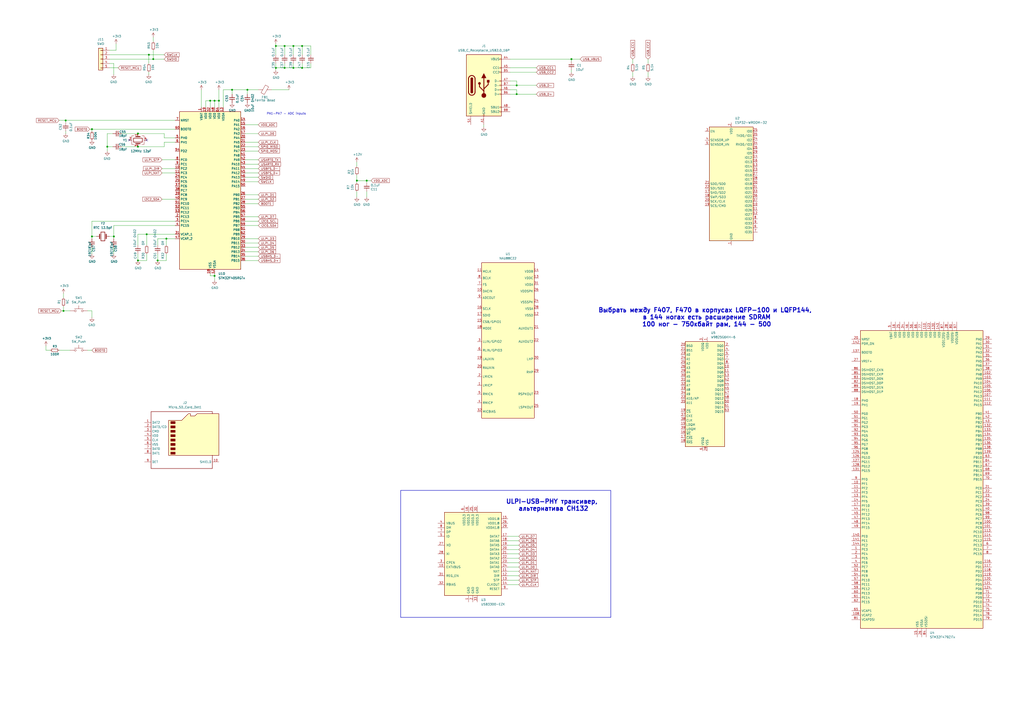
<source format=kicad_sch>
(kicad_sch (version 20250114) (generator "eeschema") (generator_version "9.0")
  (paper "A2")
  (lib_symbols
    (symbol "Connector:Micro_SD_Card_Det1"
      (property "Reference" "J" (at -16.51 17.78 0))
      (property "Value" "Micro_SD_Card_Det1" (at 16.51 17.78 0))
      (symbol "Micro_SD_Card_Det1_1_1"
        (pin bidirectional line (at -22.86 10.16 0) (length 3.81) (name "DAT2") (number "1"))
        (pin bidirectional line (at -22.86 7.62 0) (length 3.81) (name "DAT3/CD") (number "2"))
        (pin input line (at -22.86 5.08 0) (length 3.81) (name "CMD") (number "3"))
        (pin power_in line (at -22.86 2.54 0) (length 3.81) (name "VDD") (number "4"))
        (pin input line (at -22.86 0 0) (length 3.81) (name "CLK") (number "5"))
        (pin power_in line (at -22.86 -2.54 0) (length 3.81) (name "VSS") (number "6"))
        (pin bidirectional line (at -22.86 -5.08 0) (length 3.81) (name "DAT0") (number "7"))
        (pin bidirectional line (at -22.86 -7.62 0) (length 3.81) (name "DAT1") (number "8"))
        (pin passive line (at -22.86 -12.7 0) (length 3.81) (name "DET") (number "9"))
        (pin passive line (at 20.32 -12.7 180) (length 3.81) (name "SHIELD") (number "10"))
      )
    )
    (symbol "Connector:USB_C_Receptacle_USB2.0_16P" (pin_names (offset 1.016))
      (property "Reference" "J" (at 0 22.225 0))
      (property "Value" "USB_C_Receptacle_USB2.0_16P" (at 0 19.685 0))
      (symbol "USB_C_Receptacle_USB2.0_16P_1_1"
        (pin passive line (at -7.62 -22.86 90) (length 5.08) (name "SHIELD") (number "S1"))
        (pin passive line (at 0 -22.86 90) (length 5.08) (name "GND") (number "A1"))
        (pin passive line (at 0 -22.86 90) (length 5.08) (hide yes) (name "GND") (number "A12"))
        (pin passive line (at 0 -22.86 90) (length 5.08) (hide yes) (name "GND") (number "B1"))
        (pin passive line (at 0 -22.86 90) (length 5.08) (hide yes) (name "GND") (number "B12"))
        (pin passive line (at 15.24 15.24 180) (length 5.08) (name "VBUS") (number "A4"))
        (pin passive line (at 15.24 15.24 180) (length 5.08) (hide yes) (name "VBUS") (number "A9"))
        (pin passive line (at 15.24 15.24 180) (length 5.08) (hide yes) (name "VBUS") (number "B4"))
        (pin passive line (at 15.24 15.24 180) (length 5.08) (hide yes) (name "VBUS") (number "B9"))
        (pin bidirectional line (at 15.24 10.16 180) (length 5.08) (name "CC1") (number "A5"))
        (pin bidirectional line (at 15.24 7.62 180) (length 5.08) (name "CC2") (number "B5"))
        (pin bidirectional line (at 15.24 2.54 180) (length 5.08) (name "D-") (number "A7"))
        (pin bidirectional line (at 15.24 0 180) (length 5.08) (name "D-") (number "B7"))
        (pin bidirectional line (at 15.24 -2.54 180) (length 5.08) (name "D+") (number "A6"))
        (pin bidirectional line (at 15.24 -5.08 180) (length 5.08) (name "D+") (number "B6"))
        (pin bidirectional line (at 15.24 -12.7 180) (length 5.08) (name "SBU1") (number "A8"))
        (pin bidirectional line (at 15.24 -15.24 180) (length 5.08) (name "SBU2") (number "B8"))
      )
    )
    (symbol "Connector_Generic:Conn_01x05" (pin_names (offset 1.016) (hide yes))
      (property "Reference" "J" (at 0 7.62 0))
      (property "Value" "Conn_01x05" (at 0 -7.62 0))
      (symbol "Conn_01x05_1_1"
        (pin passive line (at -5.08 5.08 0) (length 3.81) (name "Pin_1") (number "1"))
        (pin passive line (at -5.08 2.54 0) (length 3.81) (name "Pin_2") (number "2"))
        (pin passive line (at -5.08 0 0) (length 3.81) (name "Pin_3") (number "3"))
        (pin passive line (at -5.08 -2.54 0) (length 3.81) (name "Pin_4") (number "4"))
        (pin passive line (at -5.08 -5.08 0) (length 3.81) (name "Pin_5") (number "5"))
      )
    )
    (symbol "Device:C_Small" (pin_numbers (hide yes)) (pin_names (offset 0.254) (hide yes))
      (property "Reference" "C" (at 0.254 1.778 0))
      (property "Value" "C_Small" (at 0.254 -2.032 0))
      (symbol "C_Small_1_1"
        (pin passive line (at 0 2.54 270) (length 2.032) (name "~") (number "1"))
        (pin passive line (at 0 -2.54 90) (length 2.032) (name "~") (number "2"))
      )
    )
    (symbol "Device:Crystal" (pin_numbers (hide yes)) (pin_names (offset 1.016) (hide yes))
      (property "Reference" "Y" (at 0 3.81 0))
      (property "Value" "Crystal" (at 0 -3.81 0))
      (symbol "Crystal_1_1"
        (pin passive line (at -3.81 0 0) (length 1.27) (name "1") (number "1"))
        (pin passive line (at 3.81 0 180) (length 1.27) (name "2") (number "2"))
      )
    )
    (symbol "Device:Crystal_GND24" (pin_names (offset 1.016) (hide yes))
      (property "Reference" "Y" (at 3.175 5.08 0))
      (property "Value" "Crystal_GND24" (at 3.175 3.175 0))
      (symbol "Crystal_GND24_1_1"
        (pin passive line (at -3.81 0 0) (length 1.27) (name "1") (number "1"))
        (pin passive line (at 0 5.08 270) (length 1.27) (name "2") (number "2"))
        (pin passive line (at 0 -5.08 90) (length 1.27) (name "4") (number "4"))
        (pin passive line (at 3.81 0 180) (length 1.27) (name "3") (number "3"))
      )
    )
    (symbol "Device:FerriteBead" (pin_numbers (hide yes)) (pin_names (offset 0))
      (property "Reference" "FB" (at -3.81 0.635 90))
      (property "Value" "FerriteBead" (at 3.81 0 90))
      (symbol "FerriteBead_1_1"
        (pin passive line (at 0 3.81 270) (length 2.54) (name "~") (number "1"))
        (pin passive line (at 0 -3.81 90) (length 2.54) (name "~") (number "2"))
      )
    )
    (symbol "Device:R_Small" (pin_numbers (hide yes)) (pin_names (offset 0.254) (hide yes))
      (property "Reference" "R" (at 0.762 0.508 0))
      (property "Value" "R_Small" (at 0.762 -1.016 0))
      (symbol "R_Small_1_1"
        (pin passive line (at 0 2.54 270) (length 0.762) (name "~") (number "1"))
        (pin passive line (at 0 -2.54 90) (length 0.762) (name "~") (number "2"))
      )
    )
    (symbol "Interface_USB:USB3300-EZK" (pin_names (offset 1.016))
      (property "Reference" "U" (at 0 1.27 0))
      (property "Value" "USB3300-EZK" (at 0 -1.27 0))
      (symbol "USB3300-EZK_1_1"
        (pin power_in line (at -20.32 17.78 0) (length 3.81) (name "VBUS") (number "4"))
        (pin bidirectional line (at -20.32 15.24 0) (length 3.81) (name "DM") (number "8"))
        (pin bidirectional line (at -20.32 12.7 0) (length 3.81) (name "DP") (number "7"))
        (pin input line (at -20.32 10.16 0) (length 3.81) (name "ID") (number "5"))
        (pin output line (at -20.32 5.08 0) (length 3.81) (name "XO") (number "27"))
        (pin input line (at -20.32 0 0) (length 3.81) (name "XI") (number "28"))
        (pin output line (at -20.32 -5.08 0) (length 3.81) (name "CPEN") (number "3"))
        (pin input line (at -20.32 -7.62 0) (length 3.81) (name "EXTVBUS") (number "10"))
        (pin bidirectional line (at -20.32 -12.7 0) (length 3.81) (name "REG_EN") (number "31"))
        (pin passive line (at -20.32 -17.78 0) (length 3.81) (name "RBIAS") (number "32"))
        (pin power_in line (at -5.08 27.94 270) (length 3.81) (name "VDD3.3") (number "6"))
        (pin power_in line (at -2.54 27.94 270) (length 3.81) (name "VDD3.3") (number "16"))
        (pin power_in line (at -2.54 -27.94 90) (length 3.81) (name "GND") (number "1"))
        (pin power_in line (at 0 27.94 270) (length 3.81) (name "VDD3.3") (number "25"))
        (pin power_in line (at 0 -27.94 90) (length 3.81) (name "GND") (number "2"))
        (pin power_in line (at 2.54 27.94 270) (length 3.81) (name "VDD3.3") (number "30"))
        (pin power_in line (at 2.54 -27.94 90) (length 3.81) (name "GND") (number "33"))
        (pin power_out line (at 20.32 20.32 180) (length 3.81) (name "VDD1.8") (number "15"))
        (pin power_out line (at 20.32 17.78 180) (length 3.81) (name "VDD1.8") (number "26"))
        (pin power_out line (at 20.32 15.24 180) (length 3.81) (name "VDDA1.8") (number "29"))
        (pin bidirectional line (at 20.32 10.16 180) (length 3.81) (name "DATA7") (number "17"))
        (pin bidirectional line (at 20.32 7.62 180) (length 3.81) (name "DATA6") (number "18"))
        (pin bidirectional line (at 20.32 5.08 180) (length 3.81) (name "DATA5") (number "19"))
        (pin bidirectional line (at 20.32 2.54 180) (length 3.81) (name "DATA4") (number "20"))
        (pin bidirectional line (at 20.32 0 180) (length 3.81) (name "DATA3") (number "21"))
        (pin bidirectional line (at 20.32 -2.54 180) (length 3.81) (name "DATA2") (number "22"))
        (pin bidirectional line (at 20.32 -5.08 180) (length 3.81) (name "DATA1") (number "23"))
        (pin bidirectional line (at 20.32 -7.62 180) (length 3.81) (name "DATA0") (number "24"))
        (pin output line (at 20.32 -10.16 180) (length 3.81) (name "NXT") (number "11"))
        (pin output line (at 20.32 -12.7 180) (length 3.81) (name "DIR") (number "12"))
        (pin input line (at 20.32 -15.24 180) (length 3.81) (name "STP") (number "13"))
        (pin output line (at 20.32 -17.78 180) (length 3.81) (name "CLKOUT") (number "14"))
        (pin input line (at 20.32 -20.32 180) (length 3.81) (name "RESET") (number "9"))
      )
    )
    (symbol "MCU_ST_STM32F4:STM32F405RGTx"
      (property "Reference" "U" (at -17.78 46.99 0))
      (property "Value" "STM32F405RGTx" (at 10.16 46.99 0))
      (symbol "STM32F405RGTx_1_1"
        (pin input line (at -20.32 40.64 0) (length 2.54) (name "NRST") (number "7"))
        (pin input line (at -20.32 35.56 0) (length 2.54) (name "BOOT0") (number "60"))
        (pin bidirectional line (at -20.32 30.48 0) (length 2.54) (name "PH0") (number "5"))
        (pin bidirectional line (at -20.32 27.94 0) (length 2.54) (name "PH1") (number "6"))
        (pin bidirectional line (at -20.32 22.86 0) (length 2.54) (name "PD2") (number "54"))
        (pin bidirectional line (at -20.32 17.78 0) (length 2.54) (name "PC0") (number "8"))
        (pin bidirectional line (at -20.32 15.24 0) (length 2.54) (name "PC1") (number "9"))
        (pin bidirectional line (at -20.32 12.7 0) (length 2.54) (name "PC2") (number "10"))
        (pin bidirectional line (at -20.32 10.16 0) (length 2.54) (name "PC3") (number "11"))
        (pin bidirectional line (at -20.32 7.62 0) (length 2.54) (name "PC4") (number "24"))
        (pin bidirectional line (at -20.32 5.08 0) (length 2.54) (name "PC5") (number "25"))
        (pin bidirectional line (at -20.32 2.54 0) (length 2.54) (name "PC6") (number "37"))
        (pin bidirectional line (at -20.32 0 0) (length 2.54) (name "PC7") (number "38"))
        (pin bidirectional line (at -20.32 -2.54 0) (length 2.54) (name "PC8") (number "39"))
        (pin bidirectional line (at -20.32 -5.08 0) (length 2.54) (name "PC9") (number "40"))
        (pin bidirectional line (at -20.32 -7.62 0) (length 2.54) (name "PC10") (number "51"))
        (pin bidirectional line (at -20.32 -10.16 0) (length 2.54) (name "PC11") (number "52"))
        (pin bidirectional line (at -20.32 -12.7 0) (length 2.54) (name "PC12") (number "53"))
        (pin bidirectional line (at -20.32 -15.24 0) (length 2.54) (name "PC13") (number "2"))
        (pin bidirectional line (at -20.32 -17.78 0) (length 2.54) (name "PC14") (number "3"))
        (pin bidirectional line (at -20.32 -20.32 0) (length 2.54) (name "PC15") (number "4"))
        (pin power_out line (at -20.32 -25.4 0) (length 2.54) (name "VCAP_1") (number "31"))
        (pin power_out line (at -20.32 -27.94 0) (length 2.54) (name "VCAP_2") (number "47"))
        (pin power_in line (at -5.08 48.26 270) (length 2.54) (name "VBAT") (number "1"))
        (pin power_in line (at -2.54 48.26 270) (length 2.54) (name "VDD") (number "19"))
        (pin power_in line (at 0 48.26 270) (length 2.54) (name "VDD") (number "32"))
        (pin power_in line (at 0 -48.26 90) (length 2.54) (name "VSS") (number "18"))
        (pin passive line (at 0 -48.26 90) (length 2.54) (hide yes) (name "VSS") (number "63"))
        (pin power_in line (at 2.54 48.26 270) (length 2.54) (name "VDD") (number "48"))
        (pin power_in line (at 2.54 -48.26 90) (length 2.54) (name "VSSA") (number "12"))
        (pin power_in line (at 5.08 48.26 270) (length 2.54) (name "VDD") (number "64"))
        (pin power_in line (at 7.62 48.26 270) (length 2.54) (name "VDDA") (number "13"))
        (pin bidirectional line (at 20.32 40.64 180) (length 2.54) (name "PA0") (number "14"))
        (pin bidirectional line (at 20.32 38.1 180) (length 2.54) (name "PA1") (number "15"))
        (pin bidirectional line (at 20.32 35.56 180) (length 2.54) (name "PA2") (number "16"))
        (pin bidirectional line (at 20.32 33.02 180) (length 2.54) (name "PA3") (number "17"))
        (pin bidirectional line (at 20.32 30.48 180) (length 2.54) (name "PA4") (number "20"))
        (pin bidirectional line (at 20.32 27.94 180) (length 2.54) (name "PA5") (number "21"))
        (pin bidirectional line (at 20.32 25.4 180) (length 2.54) (name "PA6") (number "22"))
        (pin bidirectional line (at 20.32 22.86 180) (length 2.54) (name "PA7") (number "23"))
        (pin bidirectional line (at 20.32 20.32 180) (length 2.54) (name "PA8") (number "41"))
        (pin bidirectional line (at 20.32 17.78 180) (length 2.54) (name "PA9") (number "42"))
        (pin bidirectional line (at 20.32 15.24 180) (length 2.54) (name "PA10") (number "43"))
        (pin bidirectional line (at 20.32 12.7 180) (length 2.54) (name "PA11") (number "44"))
        (pin bidirectional line (at 20.32 10.16 180) (length 2.54) (name "PA12") (number "45"))
        (pin bidirectional line (at 20.32 7.62 180) (length 2.54) (name "PA13") (number "46"))
        (pin bidirectional line (at 20.32 5.08 180) (length 2.54) (name "PA14") (number "49"))
        (pin bidirectional line (at 20.32 2.54 180) (length 2.54) (name "PA15") (number "50"))
        (pin bidirectional line (at 20.32 -2.54 180) (length 2.54) (name "PB0") (number "26"))
        (pin bidirectional line (at 20.32 -5.08 180) (length 2.54) (name "PB1") (number "27"))
        (pin bidirectional line (at 20.32 -7.62 180) (length 2.54) (name "PB2") (number "28"))
        (pin bidirectional line (at 20.32 -10.16 180) (length 2.54) (name "PB3") (number "55"))
        (pin bidirectional line (at 20.32 -12.7 180) (length 2.54) (name "PB4") (number "56"))
        (pin bidirectional line (at 20.32 -15.24 180) (length 2.54) (name "PB5") (number "57"))
        (pin bidirectional line (at 20.32 -17.78 180) (length 2.54) (name "PB6") (number "58"))
        (pin bidirectional line (at 20.32 -20.32 180) (length 2.54) (name "PB7") (number "59"))
        (pin bidirectional line (at 20.32 -22.86 180) (length 2.54) (name "PB8") (number "61"))
        (pin bidirectional line (at 20.32 -25.4 180) (length 2.54) (name "PB9") (number "62"))
        (pin bidirectional line (at 20.32 -27.94 180) (length 2.54) (name "PB10") (number "29"))
        (pin bidirectional line (at 20.32 -30.48 180) (length 2.54) (name "PB11") (number "30"))
        (pin bidirectional line (at 20.32 -33.02 180) (length 2.54) (name "PB12") (number "33"))
        (pin bidirectional line (at 20.32 -35.56 180) (length 2.54) (name "PB13") (number "34"))
        (pin bidirectional line (at 20.32 -38.1 180) (length 2.54) (name "PB14") (number "35"))
        (pin bidirectional line (at 20.32 -40.64 180) (length 2.54) (name "PB15") (number "36"))
      )
    )
    (symbol "MCU_ST_STM32F4:STM32F469VITx"
      (property "Reference" "U" (at -27.94 67.31 0))
      (property "Value" "STM32F469VITx" (at 15.24 67.31 0))
      (symbol "STM32F469VITx_1_1"
        (pin input line (at -33.02 60.96 0) (length 5.08) (name "NRST") (number "11"))
        (pin input line (at -33.02 55.88 0) (length 5.08) (name "BOOT0") (number "97"))
        (pin input line (at -33.02 50.8 0) (length 5.08) (name "VREF+") (number "17"))
        (pin bidirectional line (at -33.02 45.72 0) (length 5.08) (name "DSIHOST_CKN") (number "61"))
        (pin bidirectional line (at -33.02 43.18 0) (length 5.08) (name "DSIHOST_CKP") (number "60"))
        (pin bidirectional line (at -33.02 40.64 0) (length 5.08) (name "DSIHOST_D0N") (number "58"))
        (pin bidirectional line (at -33.02 38.1 0) (length 5.08) (name "DSIHOST_D0P") (number "57"))
        (pin bidirectional line (at -33.02 35.56 0) (length 5.08) (name "DSIHOST_D1N") (number "64"))
        (pin bidirectional line (at -33.02 33.02 0) (length 5.08) (name "DSIHOST_D1P") (number "63"))
        (pin bidirectional line (at -33.02 27.94 0) (length 5.08) (name "PH0") (number "9"))
        (pin bidirectional line (at -33.02 25.4 0) (length 5.08) (name "PH1") (number "10"))
        (pin bidirectional line (at -33.02 20.32 0) (length 5.08) (name "PE2") (number "1"))
        (pin bidirectional line (at -33.02 17.78 0) (length 5.08) (name "PE7") (number "32"))
        (pin bidirectional line (at -33.02 15.24 0) (length 5.08) (name "PE8") (number "33"))
        (pin bidirectional line (at -33.02 12.7 0) (length 5.08) (name "PE9") (number "34"))
        (pin bidirectional line (at -33.02 10.16 0) (length 5.08) (name "PE10") (number "35"))
        (pin bidirectional line (at -33.02 7.62 0) (length 5.08) (name "PE11") (number "36"))
        (pin bidirectional line (at -33.02 5.08 0) (length 5.08) (name "PE12") (number "37"))
        (pin bidirectional line (at -33.02 2.54 0) (length 5.08) (name "PE13") (number "38"))
        (pin bidirectional line (at -33.02 0 0) (length 5.08) (name "PE14") (number "39"))
        (pin bidirectional line (at -33.02 -2.54 0) (length 5.08) (name "PE15") (number "40"))
        (pin bidirectional line (at -33.02 -7.62 0) (length 5.08) (name "PD0") (number "84"))
        (pin bidirectional line (at -33.02 -10.16 0) (length 5.08) (name "PD1") (number "85"))
        (pin bidirectional line (at -33.02 -12.7 0) (length 5.08) (name "PD2") (number "86"))
        (pin bidirectional line (at -33.02 -15.24 0) (length 5.08) (name "PD3") (number "87"))
        (pin bidirectional line (at -33.02 -17.78 0) (length 5.08) (name "PD4") (number "88"))
        (pin bidirectional line (at -33.02 -20.32 0) (length 5.08) (name "PD5") (number "89"))
        (pin bidirectional line (at -33.02 -22.86 0) (length 5.08) (name "PD6") (number "90"))
        (pin bidirectional line (at -33.02 -25.4 0) (length 5.08) (name "PD7") (number "91"))
        (pin bidirectional line (at -33.02 -27.94 0) (length 5.08) (name "PD8") (number "50"))
        (pin bidirectional line (at -33.02 -30.48 0) (length 5.08) (name "PD9") (number "51"))
        (pin bidirectional line (at -33.02 -33.02 0) (length 5.08) (name "PD10") (number "52"))
        (pin bidirectional line (at -33.02 -35.56 0) (length 5.08) (name "PD14") (number "53"))
        (pin bidirectional line (at -33.02 -38.1 0) (length 5.08) (name "PD15") (number "54"))
        (pin power_out line (at -33.02 -43.18 0) (length 5.08) (name "VCAP1") (number "43"))
        (pin power_out line (at -33.02 -45.72 0) (length 5.08) (name "VCAP2") (number "76"))
        (pin power_out line (at -33.02 -48.26 0) (length 5.08) (name "VCAPDSI") (number "56"))
        (pin power_in line (at -10.16 71.12 270) (length 5.08) (name "VBAT") (number "3"))
        (pin power_in line (at -7.62 71.12 270) (length 5.08) (name "VDD") (number "8"))
        (pin power_in line (at -5.08 71.12 270) (length 5.08) (name "VDD") (number "24"))
        (pin power_in line (at -2.54 71.12 270) (length 5.08) (name "VDD") (number "45"))
        (pin power_in line (at -2.54 -68.58 90) (length 5.08) (name "VSS") (number "2"))
        (pin passive line (at -2.54 -68.58 90) (length 5.08) (hide yes) (name "VSS") (number "23"))
        (pin passive line (at -2.54 -68.58 90) (length 5.08) (hide yes) (name "VSS") (number "44"))
        (pin passive line (at -2.54 -68.58 90) (length 5.08) (hide yes) (name "VSS") (number "7"))
        (pin passive line (at -2.54 -68.58 90) (length 5.08) (hide yes) (name "VSS") (number "78"))
        (pin power_in line (at 0 71.12 270) (length 5.08) (name "VDD") (number "77"))
        (pin power_in line (at 0 -68.58 90) (length 5.08) (name "VSSA") (number "16"))
        (pin power_in line (at 2.54 71.12 270) (length 5.08) (name "VDD") (number "100"))
        (pin power_in line (at 2.54 -68.58 90) (length 5.08) (name "VSSDSI") (number "59"))
        (pin power_in line (at 5.08 71.12 270) (length 5.08) (name "VDD12DSI") (number "62"))
        (pin power_in line (at 7.62 71.12 270) (length 5.08) (name "VDDA") (number "18"))
        (pin power_in line (at 10.16 71.12 270) (length 5.08) (name "VDDDSI") (number "55"))
        (pin power_in line (at 12.7 71.12 270) (length 5.08) (name "VDDUSB") (number "65"))
        (pin bidirectional line (at 33.02 60.96 180) (length 5.08) (name "PA0") (number "19"))
        (pin bidirectional line (at 33.02 58.42 180) (length 5.08) (name "PA1") (number "20"))
        (pin bidirectional line (at 33.02 55.88 180) (length 5.08) (name "PA2") (number "21"))
        (pin bidirectional line (at 33.02 53.34 180) (length 5.08) (name "PA3") (number "22"))
        (pin bidirectional line (at 33.02 50.8 180) (length 5.08) (name "PA4") (number "25"))
        (pin bidirectional line (at 33.02 48.26 180) (length 5.08) (name "PA5") (number "26"))
        (pin bidirectional line (at 33.02 45.72 180) (length 5.08) (name "PA6") (number "27"))
        (pin bidirectional line (at 33.02 43.18 180) (length 5.08) (name "PA7") (number "28"))
        (pin bidirectional line (at 33.02 40.64 180) (length 5.08) (name "PA8") (number "70"))
        (pin bidirectional line (at 33.02 38.1 180) (length 5.08) (name "PA9") (number "71"))
        (pin bidirectional line (at 33.02 35.56 180) (length 5.08) (name "PA10") (number "72"))
        (pin bidirectional line (at 33.02 33.02 180) (length 5.08) (name "PA11") (number "73"))
        (pin bidirectional line (at 33.02 30.48 180) (length 5.08) (name "PA12") (number "74"))
        (pin bidirectional line (at 33.02 27.94 180) (length 5.08) (name "PA13") (number "75"))
        (pin bidirectional line (at 33.02 25.4 180) (length 5.08) (name "PA14") (number "79"))
        (pin bidirectional line (at 33.02 22.86 180) (length 5.08) (name "PA15") (number "80"))
        (pin bidirectional line (at 33.02 17.78 180) (length 5.08) (name "PB0") (number "29"))
        (pin bidirectional line (at 33.02 15.24 180) (length 5.08) (name "PB1") (number "30"))
        (pin bidirectional line (at 33.02 12.7 180) (length 5.08) (name "PB2") (number "31"))
        (pin bidirectional line (at 33.02 10.16 180) (length 5.08) (name "PB3") (number "92"))
        (pin bidirectional line (at 33.02 7.62 180) (length 5.08) (name "PB4") (number "93"))
        (pin bidirectional line (at 33.02 5.08 180) (length 5.08) (name "PB5") (number "94"))
        (pin bidirectional line (at 33.02 2.54 180) (length 5.08) (name "PB6") (number "95"))
        (pin bidirectional line (at 33.02 0 180) (length 5.08) (name "PB7") (number "96"))
        (pin bidirectional line (at 33.02 -2.54 180) (length 5.08) (name "PB8") (number "98"))
        (pin bidirectional line (at 33.02 -5.08 180) (length 5.08) (name "PB9") (number "99"))
        (pin bidirectional line (at 33.02 -7.62 180) (length 5.08) (name "PB10") (number "41"))
        (pin bidirectional line (at 33.02 -10.16 180) (length 5.08) (name "PB11") (number "42"))
        (pin bidirectional line (at 33.02 -12.7 180) (length 5.08) (name "PB12") (number "46"))
        (pin bidirectional line (at 33.02 -15.24 180) (length 5.08) (name "PB13") (number "47"))
        (pin bidirectional line (at 33.02 -17.78 180) (length 5.08) (name "PB14") (number "48"))
        (pin bidirectional line (at 33.02 -20.32 180) (length 5.08) (name "PB15") (number "49"))
        (pin bidirectional line (at 33.02 -25.4 180) (length 5.08) (name "PC0") (number "12"))
        (pin bidirectional line (at 33.02 -27.94 180) (length 5.08) (name "PC1") (number "13"))
        (pin bidirectional line (at 33.02 -30.48 180) (length 5.08) (name "PC2") (number "14"))
        (pin bidirectional line (at 33.02 -33.02 180) (length 5.08) (name "PC3") (number "15"))
        (pin bidirectional line (at 33.02 -35.56 180) (length 5.08) (name "PC6") (number "66"))
        (pin bidirectional line (at 33.02 -38.1 180) (length 5.08) (name "PC7") (number "67"))
        (pin bidirectional line (at 33.02 -40.64 180) (length 5.08) (name "PC8") (number "68"))
        (pin bidirectional line (at 33.02 -43.18 180) (length 5.08) (name "PC9") (number "69"))
        (pin bidirectional line (at 33.02 -45.72 180) (length 5.08) (name "PC10") (number "81"))
        (pin bidirectional line (at 33.02 -48.26 180) (length 5.08) (name "PC11") (number "82"))
        (pin bidirectional line (at 33.02 -50.8 180) (length 5.08) (name "PC12") (number "83"))
        (pin bidirectional line (at 33.02 -53.34 180) (length 5.08) (name "PC13") (number "4"))
        (pin bidirectional line (at 33.02 -55.88 180) (length 5.08) (name "PC14") (number "5"))
        (pin bidirectional line (at 33.02 -58.42 180) (length 5.08) (name "PC15") (number "6"))
      )
    )
    (symbol "MCU_ST_STM32F4:STM32F479ZITx"
      (property "Reference" "U" (at -35.56 87.63 0))
      (property "Value" "STM32F479ZITx" (at 22.86 87.63 0))
      (symbol "STM32F479ZITx_1_1"
        (pin input line (at -40.64 81.28 0) (length 5.08) (name "NRST") (number "20"))
        (pin input line (at -40.64 78.74 0) (length 5.08) (name "PDR_ON") (number "142"))
        (pin input line (at -40.64 73.66 0) (length 5.08) (name "BOOT0") (number "137"))
        (pin input line (at -40.64 68.58 0) (length 5.08) (name "VREF+") (number "27"))
        (pin bidirectional line (at -40.64 63.5 0) (length 5.08) (name "DSIHOST_CKN") (number "86"))
        (pin bidirectional line (at -40.64 60.96 0) (length 5.08) (name "DSIHOST_CKP") (number "85"))
        (pin bidirectional line (at -40.64 58.42 0) (length 5.08) (name "DSIHOST_D0N") (number "83"))
        (pin bidirectional line (at -40.64 55.88 0) (length 5.08) (name "DSIHOST_D0P") (number "82"))
        (pin bidirectional line (at -40.64 53.34 0) (length 5.08) (name "DSIHOST_D1N") (number "89"))
        (pin bidirectional line (at -40.64 50.8 0) (length 5.08) (name "DSIHOST_D1P") (number "88"))
        (pin bidirectional line (at -40.64 45.72 0) (length 5.08) (name "PH0") (number "18"))
        (pin bidirectional line (at -40.64 43.18 0) (length 5.08) (name "PH1") (number "19"))
        (pin bidirectional line (at -40.64 38.1 0) (length 5.08) (name "PG0") (number "50"))
        (pin bidirectional line (at -40.64 35.56 0) (length 5.08) (name "PG1") (number "51"))
        (pin bidirectional line (at -40.64 33.02 0) (length 5.08) (name "PG2") (number "90"))
        (pin bidirectional line (at -40.64 30.48 0) (length 5.08) (name "PG3") (number "91"))
        (pin bidirectional line (at -40.64 27.94 0) (length 5.08) (name "PG4") (number "92"))
        (pin bidirectional line (at -40.64 25.4 0) (length 5.08) (name "PG5") (number "93"))
        (pin bidirectional line (at -40.64 22.86 0) (length 5.08) (name "PG6") (number "94"))
        (pin bidirectional line (at -40.64 20.32 0) (length 5.08) (name "PG7") (number "95"))
        (pin bidirectional line (at -40.64 17.78 0) (length 5.08) (name "PG8") (number "96"))
        (pin bidirectional line (at -40.64 15.24 0) (length 5.08) (name "PG9") (number "125"))
        (pin bidirectional line (at -40.64 12.7 0) (length 5.08) (name "PG10") (number "126"))
        (pin bidirectional line (at -40.64 10.16 0) (length 5.08) (name "PG11") (number "127"))
        (pin bidirectional line (at -40.64 7.62 0) (length 5.08) (name "PG12") (number "128"))
        (pin bidirectional line (at -40.64 5.08 0) (length 5.08) (name "PG15") (number "131"))
        (pin bidirectional line (at -40.64 0 0) (length 5.08) (name "PF0") (number "9"))
        (pin bidirectional line (at -40.64 -2.54 0) (length 5.08) (name "PF1") (number "10"))
        (pin bidirectional line (at -40.64 -5.08 0) (length 5.08) (name "PF2") (number "11"))
        (pin bidirectional line (at -40.64 -7.62 0) (length 5.08) (name "PF3") (number "12"))
        (pin bidirectional line (at -40.64 -10.16 0) (length 5.08) (name "PF4") (number "13"))
        (pin bidirectional line (at -40.64 -12.7 0) (length 5.08) (name "PF5") (number "14"))
        (pin bidirectional line (at -40.64 -15.24 0) (length 5.08) (name "PF10") (number "17"))
        (pin bidirectional line (at -40.64 -17.78 0) (length 5.08) (name "PF11") (number "44"))
        (pin bidirectional line (at -40.64 -20.32 0) (length 5.08) (name "PF12") (number "45"))
        (pin bidirectional line (at -40.64 -22.86 0) (length 5.08) (name "PF13") (number "47"))
        (pin bidirectional line (at -40.64 -25.4 0) (length 5.08) (name "PF14") (number "48"))
        (pin bidirectional line (at -40.64 -27.94 0) (length 5.08) (name "PF15") (number "49"))
        (pin bidirectional line (at -40.64 -33.02 0) (length 5.08) (name "PE0") (number "140"))
        (pin bidirectional line (at -40.64 -35.56 0) (length 5.08) (name "PE1") (number "141"))
        (pin bidirectional line (at -40.64 -38.1 0) (length 5.08) (name "PE2") (number "144"))
        (pin bidirectional line (at -40.64 -40.64 0) (length 5.08) (name "PE3") (number "1"))
        (pin bidirectional line (at -40.64 -43.18 0) (length 5.08) (name "PE4") (number "2"))
        (pin bidirectional line (at -40.64 -45.72 0) (length 5.08) (name "PE5") (number "3"))
        (pin bidirectional line (at -40.64 -48.26 0) (length 5.08) (name "PE6") (number "4"))
        (pin bidirectional line (at -40.64 -50.8 0) (length 5.08) (name "PE7") (number "52"))
        (pin bidirectional line (at -40.64 -53.34 0) (length 5.08) (name "PE8") (number "53"))
        (pin bidirectional line (at -40.64 -55.88 0) (length 5.08) (name "PE9") (number "54"))
        (pin bidirectional line (at -40.64 -58.42 0) (length 5.08) (name "PE10") (number "57"))
        (pin bidirectional line (at -40.64 -60.96 0) (length 5.08) (name "PE11") (number "58"))
        (pin bidirectional line (at -40.64 -63.5 0) (length 5.08) (name "PE12") (number "59"))
        (pin bidirectional line (at -40.64 -66.04 0) (length 5.08) (name "PE13") (number "60"))
        (pin bidirectional line (at -40.64 -68.58 0) (length 5.08) (name "PE14") (number "61"))
        (pin bidirectional line (at -40.64 -71.12 0) (length 5.08) (name "PE15") (number "62"))
        (pin power_out line (at -40.64 -76.2 0) (length 5.08) (name "VCAP1") (number "65"))
        (pin power_out line (at -40.64 -78.74 0) (length 5.08) (name "VCAP2") (number "108"))
        (pin power_out line (at -40.64 -81.28 0) (length 5.08) (name "VCAPDSI") (number "81"))
        (pin power_in line (at -17.78 91.44 270) (length 5.08) (name "VBAT") (number "5"))
        (pin power_in line (at -15.24 91.44 270) (length 5.08) (name "VDD") (number "16"))
        (pin power_in line (at -12.7 91.44 270) (length 5.08) (name "VDD") (number "25"))
        (pin power_in line (at -10.16 91.44 270) (length 5.08) (name "VDD") (number "34"))
        (pin power_in line (at -7.62 91.44 270) (length 5.08) (name "VDD") (number "46"))
        (pin power_in line (at -5.08 91.44 270) (length 5.08) (name "VDD") (number "56"))
        (pin power_in line (at -2.54 91.44 270) (length 5.08) (name "VDD") (number "66"))
        (pin passive line (at -2.54 -91.44 90) (length 5.08) (hide yes) (name "VSS") (number "109"))
        (pin passive line (at -2.54 -91.44 90) (length 5.08) (hide yes) (name "VSS") (number "122"))
        (pin passive line (at -2.54 -91.44 90) (length 5.08) (hide yes) (name "VSS") (number "129"))
        (pin power_in line (at -2.54 -91.44 90) (length 5.08) (name "VSS") (number "15"))
        (pin passive line (at -2.54 -91.44 90) (length 5.08) (hide yes) (name "VSS") (number "33"))
        (pin passive line (at -2.54 -91.44 90) (length 5.08) (hide yes) (name "VSS") (number "55"))
        (pin passive line (at -2.54 -91.44 90) (length 5.08) (hide yes) (name "VSS") (number "76"))
        (pin power_in line (at 0 91.44 270) (length 5.08) (name "VDD") (number "77"))
        (pin power_in line (at 0 -91.44 90) (length 5.08) (name "VSSA") (number "26"))
        (pin power_in line (at 2.54 91.44 270) (length 5.08) (name "VDD") (number "110"))
        (pin power_in line (at 2.54 -91.44 90) (length 5.08) (name "VSSDSI") (number "84"))
        (pin power_in line (at 5.08 91.44 270) (length 5.08) (name "VDD") (number "123"))
        (pin power_in line (at 7.62 91.44 270) (length 5.08) (name "VDD") (number "130"))
        (pin power_in line (at 10.16 91.44 270) (length 5.08) (name "VDD") (number "143"))
        (pin power_in line (at 12.7 91.44 270) (length 5.08) (name "VDD12DSI") (number "87"))
        (pin power_in line (at 15.24 91.44 270) (length 5.08) (name "VDDA") (number "28"))
        (pin power_in line (at 17.78 91.44 270) (length 5.08) (name "VDDDSI") (number "80"))
        (pin power_in line (at 20.32 91.44 270) (length 5.08) (name "VDDUSB") (number "97"))
        (pin bidirectional line (at 40.64 81.28 180) (length 5.08) (name "PA0") (number "29"))
        (pin bidirectional line (at 40.64 78.74 180) (length 5.08) (name "PA1") (number "30"))
        (pin bidirectional line (at 40.64 76.2 180) (length 5.08) (name "PA2") (number "31"))
        (pin bidirectional line (at 40.64 73.66 180) (length 5.08) (name "PA3") (number "32"))
        (pin bidirectional line (at 40.64 71.12 180) (length 5.08) (name "PA4") (number "35"))
        (pin bidirectional line (at 40.64 68.58 180) (length 5.08) (name "PA5") (number "36"))
        (pin bidirectional line (at 40.64 66.04 180) (length 5.08) (name "PA6") (number "37"))
        (pin bidirectional line (at 40.64 63.5 180) (length 5.08) (name "PA7") (number "38"))
        (pin bidirectional line (at 40.64 60.96 180) (length 5.08) (name "PA8") (number "102"))
        (pin bidirectional line (at 40.64 58.42 180) (length 5.08) (name "PA9") (number "103"))
        (pin bidirectional line (at 40.64 55.88 180) (length 5.08) (name "PA10") (number "104"))
        (pin bidirectional line (at 40.64 53.34 180) (length 5.08) (name "PA11") (number "105"))
        (pin bidirectional line (at 40.64 50.8 180) (length 5.08) (name "PA12") (number "106"))
        (pin bidirectional line (at 40.64 48.26 180) (length 5.08) (name "PA13") (number "107"))
        (pin bidirectional line (at 40.64 45.72 180) (length 5.08) (name "PA14") (number "111"))
        (pin bidirectional line (at 40.64 43.18 180) (length 5.08) (name "PA15") (number "112"))
        (pin bidirectional line (at 40.64 38.1 180) (length 5.08) (name "PB0") (number "41"))
        (pin bidirectional line (at 40.64 35.56 180) (length 5.08) (name "PB1") (number "42"))
        (pin bidirectional line (at 40.64 33.02 180) (length 5.08) (name "PB2") (number "43"))
        (pin bidirectional line (at 40.64 30.48 180) (length 5.08) (name "PB3") (number "132"))
        (pin bidirectional line (at 40.64 27.94 180) (length 5.08) (name "PB4") (number "133"))
        (pin bidirectional line (at 40.64 25.4 180) (length 5.08) (name "PB5") (number "134"))
        (pin bidirectional line (at 40.64 22.86 180) (length 5.08) (name "PB6") (number "135"))
        (pin bidirectional line (at 40.64 20.32 180) (length 5.08) (name "PB7") (number "136"))
        (pin bidirectional line (at 40.64 17.78 180) (length 5.08) (name "PB8") (number "138"))
        (pin bidirectional line (at 40.64 15.24 180) (length 5.08) (name "PB9") (number "139"))
        (pin bidirectional line (at 40.64 12.7 180) (length 5.08) (name "PB10") (number "63"))
        (pin bidirectional line (at 40.64 10.16 180) (length 5.08) (name "PB11") (number "64"))
        (pin bidirectional line (at 40.64 7.62 180) (length 5.08) (name "PB12") (number "67"))
        (pin bidirectional line (at 40.64 5.08 180) (length 5.08) (name "PB13") (number "68"))
        (pin bidirectional line (at 40.64 2.54 180) (length 5.08) (name "PB14") (number "69"))
        (pin bidirectional line (at 40.64 0 180) (length 5.08) (name "PB15") (number "70"))
        (pin bidirectional line (at 40.64 -5.08 180) (length 5.08) (name "PC0") (number "21"))
        (pin bidirectional line (at 40.64 -7.62 180) (length 5.08) (name "PC1") (number "22"))
        (pin bidirectional line (at 40.64 -10.16 180) (length 5.08) (name "PC2") (number "23"))
        (pin bidirectional line (at 40.64 -12.7 180) (length 5.08) (name "PC3") (number "24"))
        (pin bidirectional line (at 40.64 -15.24 180) (length 5.08) (name "PC4") (number "39"))
        (pin bidirectional line (at 40.64 -17.78 180) (length 5.08) (name "PC5") (number "40"))
        (pin bidirectional line (at 40.64 -20.32 180) (length 5.08) (name "PC6") (number "98"))
        (pin bidirectional line (at 40.64 -22.86 180) (length 5.08) (name "PC7") (number "99"))
        (pin bidirectional line (at 40.64 -25.4 180) (length 5.08) (name "PC8") (number "100"))
        (pin bidirectional line (at 40.64 -27.94 180) (length 5.08) (name "PC9") (number "101"))
        (pin bidirectional line (at 40.64 -30.48 180) (length 5.08) (name "PC10") (number "113"))
        (pin bidirectional line (at 40.64 -33.02 180) (length 5.08) (name "PC11") (number "114"))
        (pin bidirectional line (at 40.64 -35.56 180) (length 5.08) (name "PC12") (number "115"))
        (pin bidirectional line (at 40.64 -38.1 180) (length 5.08) (name "PC13") (number "6"))
        (pin bidirectional line (at 40.64 -40.64 180) (length 5.08) (name "PC14") (number "7"))
        (pin bidirectional line (at 40.64 -43.18 180) (length 5.08) (name "PC15") (number "8"))
        (pin bidirectional line (at 40.64 -48.26 180) (length 5.08) (name "PD0") (number "116"))
        (pin bidirectional line (at 40.64 -50.8 180) (length 5.08) (name "PD1") (number "117"))
        (pin bidirectional line (at 40.64 -53.34 180) (length 5.08) (name "PD2") (number "118"))
        (pin bidirectional line (at 40.64 -55.88 180) (length 5.08) (name "PD3") (number "119"))
        (pin bidirectional line (at 40.64 -58.42 180) (length 5.08) (name "PD4") (number "120"))
        (pin bidirectional line (at 40.64 -60.96 180) (length 5.08) (name "PD5") (number "121"))
        (pin bidirectional line (at 40.64 -63.5 180) (length 5.08) (name "PD6") (number "124"))
        (pin bidirectional line (at 40.64 -66.04 180) (length 5.08) (name "PD8") (number "71"))
        (pin bidirectional line (at 40.64 -68.58 180) (length 5.08) (name "PD9") (number "72"))
        (pin bidirectional line (at 40.64 -71.12 180) (length 5.08) (name "PD10") (number "73"))
        (pin bidirectional line (at 40.64 -73.66 180) (length 5.08) (name "PD11") (number "74"))
        (pin bidirectional line (at 40.64 -76.2 180) (length 5.08) (name "PD12") (number "75"))
        (pin bidirectional line (at 40.64 -78.74 180) (length 5.08) (name "PD14") (number "78"))
        (pin bidirectional line (at 40.64 -81.28 180) (length 5.08) (name "PD15") (number "79"))
      )
    )
    (symbol "Memory_RAM:W9812G6KH-6"
      (property "Reference" "U" (at -10.16 31.75 0))
      (property "Value" "W9812G6KH-6" (at -10.16 -33.02 0))
      (symbol "W9812G6KH-6_1_1"
        (pin input line (at -12.7 27.94 0) (length 2.54) (name "BS0") (number "20"))
        (pin input line (at -12.7 25.4 0) (length 2.54) (name "BS1") (number "21"))
        (pin input line (at -12.7 22.86 0) (length 2.54) (name "A0") (number "23"))
        (pin input line (at -12.7 20.32 0) (length 2.54) (name "A1") (number "24"))
        (pin input line (at -12.7 17.78 0) (length 2.54) (name "A2") (number "25"))
        (pin input line (at -12.7 15.24 0) (length 2.54) (name "A3") (number "26"))
        (pin input line (at -12.7 12.7 0) (length 2.54) (name "A4") (number "29"))
        (pin input line (at -12.7 10.16 0) (length 2.54) (name "A5") (number "30"))
        (pin input line (at -12.7 7.62 0) (length 2.54) (name "A6") (number "31"))
        (pin input line (at -12.7 5.08 0) (length 2.54) (name "A7") (number "32"))
        (pin input line (at -12.7 2.54 0) (length 2.54) (name "A8") (number "33"))
        (pin input line (at -12.7 0 0) (length 2.54) (name "A9") (number "34"))
        (pin input line (at -12.7 -2.54 0) (length 2.54) (name "A10/AP") (number "22"))
        (pin input line (at -12.7 -5.08 0) (length 2.54) (name "A11") (number "35"))
        (pin input line (at -12.7 -10.16 0) (length 2.54) (name "~{CS}") (number "19"))
        (pin input line (at -12.7 -12.7 0) (length 2.54) (name "CKE") (number "37"))
        (pin input line (at -12.7 -15.24 0) (length 2.54) (name "CLK") (number "38"))
        (pin input line (at -12.7 -17.78 0) (length 2.54) (name "LDQM") (number "15"))
        (pin input line (at -12.7 -20.32 0) (length 2.54) (name "UDQM") (number "39"))
        (pin input line (at -12.7 -22.86 0) (length 2.54) (name "~{WE}") (number "16"))
        (pin input line (at -12.7 -25.4 0) (length 2.54) (name "~{CAS}") (number "17"))
        (pin input line (at -12.7 -27.94 0) (length 2.54) (name "~{RAS}") (number "18"))
        (pin power_in line (at 0 33.02 270) (length 2.54) (name "VDDQ") (number "3"))
        (pin passive line (at 0 33.02 270) (length 2.54) (hide yes) (name "VDDQ") (number "43"))
        (pin passive line (at 0 33.02 270) (length 2.54) (hide yes) (name "VDDQ") (number "49"))
        (pin passive line (at 0 33.02 270) (length 2.54) (hide yes) (name "VDDQ") (number "9"))
        (pin passive line (at 0 -33.02 90) (length 2.54) (hide yes) (name "VSSQ") (number "12"))
        (pin passive line (at 0 -33.02 90) (length 2.54) (hide yes) (name "VSSQ") (number "46"))
        (pin passive line (at 0 -33.02 90) (length 2.54) (hide yes) (name "VSSQ") (number "52"))
        (pin power_in line (at 0 -33.02 90) (length 2.54) (name "VSSQ") (number "6"))
        (pin power_in line (at 2.54 33.02 270) (length 2.54) (name "VDD") (number "1"))
        (pin passive line (at 2.54 33.02 270) (length 2.54) (hide yes) (name "VDD") (number "14"))
        (pin passive line (at 2.54 33.02 270) (length 2.54) (hide yes) (name "VDD") (number "27"))
        (pin power_in line (at 2.54 -33.02 90) (length 2.54) (name "VSS") (number "28"))
        (pin passive line (at 2.54 -33.02 90) (length 2.54) (hide yes) (name "VSS") (number "41"))
        (pin passive line (at 2.54 -33.02 90) (length 2.54) (hide yes) (name "VSS") (number "54"))
        (pin no_connect line (at 12.7 -15.24 180) (length 2.54) (hide yes) (name "NC") (number "36"))
        (pin no_connect line (at 12.7 -17.78 180) (length 2.54) (hide yes) (name "NC") (number "40"))
        (pin bidirectional line (at 15.24 27.94 180) (length 2.54) (name "DQ0") (number "2"))
        (pin bidirectional line (at 15.24 25.4 180) (length 2.54) (name "DQ1") (number "4"))
        (pin bidirectional line (at 15.24 22.86 180) (length 2.54) (name "DQ2") (number "5"))
        (pin bidirectional line (at 15.24 20.32 180) (length 2.54) (name "DQ3") (number "7"))
        (pin bidirectional line (at 15.24 17.78 180) (length 2.54) (name "DQ4") (number "8"))
        (pin bidirectional line (at 15.24 15.24 180) (length 2.54) (name "DQ5") (number "10"))
        (pin bidirectional line (at 15.24 12.7 180) (length 2.54) (name "DQ6") (number "11"))
        (pin bidirectional line (at 15.24 10.16 180) (length 2.54) (name "DQ7") (number "13"))
        (pin bidirectional line (at 15.24 7.62 180) (length 2.54) (name "DQ8") (number "42"))
        (pin bidirectional line (at 15.24 5.08 180) (length 2.54) (name "DQ9") (number "44"))
        (pin bidirectional line (at 15.24 2.54 180) (length 2.54) (name "DQ10") (number "45"))
        (pin bidirectional line (at 15.24 0 180) (length 2.54) (name "DQ11") (number "47"))
        (pin bidirectional line (at 15.24 -2.54 180) (length 2.54) (name "DQ12") (number "48"))
        (pin bidirectional line (at 15.24 -5.08 180) (length 2.54) (name "DQ13") (number "50"))
        (pin bidirectional line (at 15.24 -7.62 180) (length 2.54) (name "DQ14") (number "51"))
        (pin bidirectional line (at 15.24 -10.16 180) (length 2.54) (name "DQ15") (number "53"))
      )
    )
    (symbol "RF_Module:ESP32-WROOM-32"
      (property "Reference" "U" (at -12.7 34.29 0))
      (property "Value" "ESP32-WROOM-32" (at 1.27 34.29 0))
      (symbol "ESP32-WROOM-32_1_1"
        (pin input line (at -15.24 30.48 0) (length 2.54) (name "EN") (number "3"))
        (pin input line (at -15.24 25.4 0) (length 2.54) (name "SENSOR_VP") (number "4"))
        (pin input line (at -15.24 22.86 0) (length 2.54) (name "SENSOR_VN") (number "5"))
        (pin bidirectional line (at -15.24 0 0) (length 2.54) (name "SDO/SD0") (number "21"))
        (pin bidirectional line (at -15.24 -2.54 0) (length 2.54) (name "SDI/SD1") (number "22"))
        (pin bidirectional line (at -15.24 -5.08 0) (length 2.54) (name "SHD/SD2") (number "17"))
        (pin bidirectional line (at -15.24 -7.62 0) (length 2.54) (name "SWP/SD3") (number "18"))
        (pin bidirectional line (at -15.24 -10.16 0) (length 2.54) (name "SCK/CLK") (number "20"))
        (pin bidirectional line (at -15.24 -12.7 0) (length 2.54) (name "SCS/CMD") (number "19"))
        (pin no_connect line (at -12.7 -27.94 0) (length 2.54) (hide yes) (name "NC") (number "32"))
        (pin power_in line (at 0 35.56 270) (length 2.54) (name "VDD") (number "2"))
        (pin power_in line (at 0 -35.56 90) (length 2.54) (name "GND") (number "1"))
        (pin passive line (at 0 -35.56 90) (length 2.54) (hide yes) (name "GND") (number "15"))
        (pin passive line (at 0 -35.56 90) (length 2.54) (hide yes) (name "GND") (number "38"))
        (pin passive line (at 0 -35.56 90) (length 2.54) (hide yes) (name "GND") (number "39"))
        (pin bidirectional line (at 15.24 30.48 180) (length 2.54) (name "IO0") (number "25"))
        (pin bidirectional line (at 15.24 27.94 180) (length 2.54) (name "TXD0/IO1") (number "35"))
        (pin bidirectional line (at 15.24 25.4 180) (length 2.54) (name "IO2") (number "24"))
        (pin bidirectional line (at 15.24 22.86 180) (length 2.54) (name "RXD0/IO3") (number "34"))
        (pin bidirectional line (at 15.24 20.32 180) (length 2.54) (name "IO4") (number "26"))
        (pin bidirectional line (at 15.24 17.78 180) (length 2.54) (name "IO5") (number "29"))
        (pin bidirectional line (at 15.24 15.24 180) (length 2.54) (name "IO12") (number "14"))
        (pin bidirectional line (at 15.24 12.7 180) (length 2.54) (name "IO13") (number "16"))
        (pin bidirectional line (at 15.24 10.16 180) (length 2.54) (name "IO14") (number "13"))
        (pin bidirectional line (at 15.24 7.62 180) (length 2.54) (name "IO15") (number "23"))
        (pin bidirectional line (at 15.24 5.08 180) (length 2.54) (name "IO16") (number "27"))
        (pin bidirectional line (at 15.24 2.54 180) (length 2.54) (name "IO17") (number "28"))
        (pin bidirectional line (at 15.24 0 180) (length 2.54) (name "IO18") (number "30"))
        (pin bidirectional line (at 15.24 -2.54 180) (length 2.54) (name "IO19") (number "31"))
        (pin bidirectional line (at 15.24 -5.08 180) (length 2.54) (name "IO21") (number "33"))
        (pin bidirectional line (at 15.24 -7.62 180) (length 2.54) (name "IO22") (number "36"))
        (pin bidirectional line (at 15.24 -10.16 180) (length 2.54) (name "IO23") (number "37"))
        (pin bidirectional line (at 15.24 -12.7 180) (length 2.54) (name "IO25") (number "10"))
        (pin bidirectional line (at 15.24 -15.24 180) (length 2.54) (name "IO26") (number "11"))
        (pin bidirectional line (at 15.24 -17.78 180) (length 2.54) (name "IO27") (number "12"))
        (pin bidirectional line (at 15.24 -20.32 180) (length 2.54) (name "IO32") (number "8"))
        (pin bidirectional line (at 15.24 -22.86 180) (length 2.54) (name "IO33") (number "9"))
        (pin input line (at 15.24 -25.4 180) (length 2.54) (name "IO34") (number "6"))
        (pin input line (at 15.24 -27.94 180) (length 2.54) (name "IO35") (number "7"))
      )
    )
    (symbol "Switch:SW_Push" (pin_numbers (hide yes)) (pin_names (offset 1.016) (hide yes))
      (property "Reference" "SW" (at 1.27 2.54 0))
      (property "Value" "SW_Push" (at 0 -1.524 0))
      (symbol "SW_Push_0_1"
        (pin passive line (at -5.08 0 0) (length 2.54) (name "1") (number "1"))
        (pin passive line (at 5.08 0 180) (length 2.54) (name "2") (number "2"))
      )
    )
    (symbol "power:+12V" (power) (pin_names (offset 0))
      (property "Value" "+12V" (at 0 3.556 0))
      (symbol "+12V_1_1"
        (pin power_in line (at 0 0 90) (length 0) (hide yes) (name "+12V") (number "1"))
      )
    )
    (symbol "power:+3.3V" (power) (pin_names (offset 0))
      (property "Value" "+3.3V" (at 0 3.556 0))
      (symbol "+3.3V_1_1"
        (pin power_in line (at 0 0 90) (length 0) (hide yes) (name "+3V3") (number "1"))
      )
    )
    (symbol "power:GND" (power) (pin_names (offset 0))
      (property "Value" "GND" (at 0 -3.81 0))
      (symbol "GND_1_1"
        (pin power_in line (at 0 0 270) (length 0) (hide yes) (name "GND") (number "1"))
      )
    )
    (symbol "sound-multi-board:NAU88C22"
      (property "Reference" "U" (at -13.716 29.718 0))
      (property "Value" "NAU88C22" (at 4.572 29.718 0))
      (symbol "NAU88C22_1_1"
        (pin input line (at -17.78 22.86 0) (length 2.54) (name "MCLK") (number "11"))
        (pin bidirectional line (at -17.78 19.05 0) (length 2.54) (name "BCLK") (number "8"))
        (pin bidirectional line (at -17.78 15.24 0) (length 2.54) (name "FS") (number "7"))
        (pin input line (at -17.78 11.43 0) (length 2.54) (name "DACIN") (number "10"))
        (pin output line (at -17.78 7.62 0) (length 2.54) (name "ADCOUT") (number "9"))
        (pin bidirectional line (at -17.78 1.27 0) (length 2.54) (name "SCLK") (number "16"))
        (pin bidirectional line (at -17.78 -2.54 0) (length 2.54) (name "SDIO") (number "17"))
        (pin bidirectional line (at -17.78 -6.35 0) (length 2.54) (name "CSB/GPIO1") (number "15"))
        (pin bidirectional line (at -17.78 -10.16 0) (length 2.54) (name "MODE") (number "18"))
        (pin bidirectional line (at -17.78 -17.78 0) (length 2.54) (name "LLIN/GPIO2") (number "3"))
        (pin bidirectional line (at -17.78 -22.86 0) (length 2.54) (name "RLIN/GPIO3") (number "6"))
        (pin bidirectional line (at -17.78 -27.94 0) (length 2.54) (name "LAUXIN") (number "19"))
        (pin bidirectional line (at -17.78 -33.02 0) (length 2.54) (name "RAUXIN") (number "20"))
        (pin bidirectional line (at -17.78 -38.1 0) (length 2.54) (name "LMICN") (number "2"))
        (pin bidirectional line (at -17.78 -43.18 0) (length 2.54) (name "LMICP") (number "1"))
        (pin bidirectional line (at -17.78 -48.26 0) (length 2.54) (name "RMICN") (number "5"))
        (pin bidirectional line (at -17.78 -53.34 0) (length 2.54) (name "RMICP") (number "4"))
        (pin bidirectional line (at -17.78 -58.42 0) (length 2.54) (name "MICBIAS") (number "32"))
        (pin power_in line (at 17.78 22.86 180) (length 2.54) (name "VDDB") (number "14"))
        (pin power_in line (at 17.78 19.05 180) (length 2.54) (name "VDDC") (number "13"))
        (pin power_in line (at 17.78 15.24 180) (length 2.54) (name "VDDA") (number "31"))
        (pin power_in line (at 17.78 11.43 180) (length 2.54) (name "VDDSPK") (number "26"))
        (pin power_out line (at 17.78 5.08 180) (length 2.54) (name "VSSSPK") (number "24"))
        (pin power_out line (at 17.78 1.27 180) (length 2.54) (name "VSSA") (number "28"))
        (pin power_out line (at 17.78 -2.54 180) (length 2.54) (name "VSSD") (number "12"))
        (pin output line (at 17.78 -10.16 180) (length 2.54) (name "AUXOUT1") (number "21"))
        (pin output line (at 17.78 -17.78 180) (length 2.54) (name "AUXOUT2") (number "22"))
        (pin output line (at 17.78 -27.94 180) (length 2.54) (name "LHP") (number "30"))
        (pin output line (at 17.78 -35.56 180) (length 2.54) (name "RHP") (number "29"))
        (pin output line (at 17.78 -48.26 180) (length 2.54) (name "RSPKOUT") (number "23"))
        (pin output line (at 17.78 -55.88 180) (length 2.54) (name "LSPKOUT") (number "25"))
      )
    )
  )
  (rectangle (start 232.41 284.48) (end 354.33 358.14) (stroke (width 0.254)))
  (text "PA1-PA7 - ADC inputs" (at 166.116 66.04 0) (effects (font (size 1.27 1.27))))
  (text "Выбрать между F407, F470 в корпусах LQFP-100 и LQFP144, \nв 144 ногах есть расширение SDRAM\n100 ног - 750кбайт рам, 144 - 500" (at 409.956 184.15 0) (effects (font (size 2.54 2.54) (thickness 0.508) (bold yes))))
  (text "ULPI-USB-PHY трансивер, \nальтернатива CH132" (at 321.056 293.116 0) (effects (font (size 2.54 2.54) (thickness 0.508) (bold yes))))
  (junction (at 86.36 31.75))
  (junction (at 160.02 39.37))
  (junction (at 121.92 58.42))
  (junction (at 134.62 52.07))
  (junction (at 299.72 49.53))
  (junction (at 62.23 85.09))
  (junction (at 53.34 74.93))
  (junction (at 170.18 26.67))
  (junction (at 88.9 34.29))
  (junction (at 127 58.42))
  (junction (at 96.52 138.43))
  (junction (at 38.1 69.85))
  (junction (at 143.51 52.07))
  (junction (at 53.34 137.16))
  (junction (at 165.1 39.37))
  (junction (at 80.01 151.13))
  (junction (at 165.1 26.67))
  (junction (at 80.01 77.47))
  (junction (at 160.02 26.67))
  (junction (at 331.47 34.29))
  (junction (at 299.72 54.61))
  (junction (at 85.09 135.89))
  (junction (at 175.26 26.67))
  (junction (at 170.18 39.37))
  (junction (at 66.04 137.16))
  (junction (at 207.01 104.775))
  (junction (at 212.725 104.775))
  (junction (at 91.44 151.13))
  (junction (at 36.83 180.34))
  (junction (at 175.26 39.37))
  (junction (at 124.46 160.02))
  (junction (at 124.46 58.42))
  (junction (at 80.01 85.09))
  (no_connect (at 74.93 81.28))
  (no_connect (at 85.09 81.28))
  (wire (pts (xy 53.34 137.16) (xy 53.34 138.43)))
  (wire (pts (xy 95.25 80.01) (xy 101.6 80.01)))
  (wire (pts (xy 294.64 316.23) (xy 300.99 316.23)))
  (wire (pts (xy 85.09 147.32) (xy 85.09 151.13)))
  (wire (pts (xy 165.1 36.83) (xy 165.1 39.37)))
  (wire (pts (xy 142.24 130.81) (xy 149.86 130.81)))
  (wire (pts (xy 331.47 34.29) (xy 331.47 35.56)))
  (wire (pts (xy 36.83 170.18) (xy 36.83 172.72)))
  (wire (pts (xy 170.18 36.83) (xy 170.18 39.37)))
  (wire (pts (xy 50.8 203.2) (xy 53.34 203.2)))
  (wire (pts (xy 66.04 130.81) (xy 101.6 130.81)))
  (wire (pts (xy 124.46 62.23) (xy 124.46 58.42)))
  (wire (pts (xy 80.01 85.09) (xy 70.485 85.09)))
  (wire (pts (xy 367.03 34.29) (xy 367.03 36.83)))
  (wire (pts (xy 66.04 143.51) (xy 66.04 147.32)))
  (wire (pts (xy 294.64 339.09) (xy 300.99 339.09)))
  (wire (pts (xy 212.725 106.045) (xy 212.725 104.775)))
  (wire (pts (xy 142.24 118.11) (xy 149.86 118.11)))
  (wire (pts (xy 63.5 31.75) (xy 86.36 31.75)))
  (wire (pts (xy 299.72 46.99) (xy 299.72 49.53)))
  (wire (pts (xy 165.1 26.67) (xy 160.02 26.67)))
  (wire (pts (xy 170.18 31.75) (xy 170.18 26.67)))
  (wire (pts (xy 142.24 97.79) (xy 149.86 97.79)))
  (wire (pts (xy 85.09 135.89) (xy 80.01 135.89)))
  (wire (pts (xy 63.5 34.29) (xy 88.9 34.29)))
  (wire (pts (xy 121.92 62.23) (xy 121.92 58.42)))
  (wire (pts (xy 170.18 26.67) (xy 165.1 26.67)))
  (wire (pts (xy 294.64 328.93) (xy 300.99 328.93)))
  (wire (pts (xy 295.91 34.29) (xy 331.47 34.29)))
  (wire (pts (xy 175.26 39.37) (xy 180.34 39.37)))
  (wire (pts (xy 142.24 140.97) (xy 149.86 140.97)))
  (wire (pts (xy 143.51 52.07) (xy 143.51 54.61)))
  (wire (pts (xy 95.25 82.55) (xy 95.25 85.09)))
  (wire (pts (xy 101.6 138.43) (xy 96.52 138.43)))
  (wire (pts (xy 294.64 318.77) (xy 300.99 318.77)))
  (wire (pts (xy 88.9 34.29) (xy 95.25 34.29)))
  (wire (pts (xy 65.405 85.09) (xy 62.23 85.09)))
  (wire (pts (xy 93.98 100.33) (xy 101.6 100.33)))
  (wire (pts (xy 53.34 180.34) (xy 53.34 184.15)))
  (wire (pts (xy 127 58.42) (xy 127 62.23)))
  (wire (pts (xy 53.34 143.51) (xy 53.34 147.32)))
  (wire (pts (xy 207.01 106.045) (xy 207.01 104.775)))
  (wire (pts (xy 124.46 160.02) (xy 124.46 162.56)))
  (wire (pts (xy 142.24 128.27) (xy 149.86 128.27)))
  (wire (pts (xy 134.62 52.07) (xy 143.51 52.07)))
  (wire (pts (xy 294.64 323.85) (xy 300.99 323.85)))
  (wire (pts (xy 124.46 58.42) (xy 127 58.42)))
  (wire (pts (xy 142.24 100.33) (xy 149.86 100.33)))
  (wire (pts (xy 34.29 203.2) (xy 40.64 203.2)))
  (wire (pts (xy 175.26 26.67) (xy 180.34 26.67)))
  (wire (pts (xy 86.36 31.75) (xy 95.25 31.75)))
  (wire (pts (xy 121.92 160.02) (xy 124.46 160.02)))
  (wire (pts (xy 93.98 92.71) (xy 101.6 92.71)))
  (wire (pts (xy 142.24 115.57) (xy 149.86 115.57)))
  (wire (pts (xy 294.64 331.47) (xy 300.99 331.47)))
  (wire (pts (xy 294.64 313.69) (xy 300.99 313.69)))
  (wire (pts (xy 295.91 49.53) (xy 299.72 49.53)))
  (wire (pts (xy 35.56 180.34) (xy 36.83 180.34)))
  (wire (pts (xy 142.24 87.63) (xy 149.86 87.63)))
  (wire (pts (xy 80.01 135.89) (xy 80.01 142.24)))
  (wire (pts (xy 96.52 147.32) (xy 96.52 151.13)))
  (wire (pts (xy 160.02 39.37) (xy 160.02 40.64)))
  (wire (pts (xy 142.24 148.59) (xy 149.86 148.59)))
  (wire (pts (xy 53.34 128.27) (xy 101.6 128.27)))
  (wire (pts (xy 331.47 40.64) (xy 331.47 41.91)))
  (wire (pts (xy 85.09 135.89) (xy 85.09 142.24)))
  (wire (pts (xy 66.04 137.16) (xy 66.04 138.43)))
  (wire (pts (xy 66.04 43.18) (xy 66.04 36.83)))
  (wire (pts (xy 175.26 39.37) (xy 170.18 39.37)))
  (wire (pts (xy 142.24 143.51) (xy 149.86 143.51)))
  (wire (pts (xy 26.67 200.66) (xy 26.67 203.2)))
  (wire (pts (xy 93.98 115.57) (xy 101.6 115.57)))
  (wire (pts (xy 142.24 95.25) (xy 149.86 95.25)))
  (wire (pts (xy 66.04 137.16) (xy 66.04 130.81)))
  (wire (pts (xy 142.24 105.41) (xy 149.86 105.41)))
  (wire (pts (xy 375.92 34.29) (xy 375.92 36.83)))
  (wire (pts (xy 295.91 54.61) (xy 299.72 54.61)))
  (wire (pts (xy 294.64 311.15) (xy 300.99 311.15)))
  (wire (pts (xy 66.04 36.83) (xy 63.5 36.83)))
  (wire (pts (xy 38.1 69.85) (xy 38.1 71.12)))
  (wire (pts (xy 165.1 31.75) (xy 165.1 26.67)))
  (wire (pts (xy 157.48 52.07) (xy 167.64 52.07)))
  (wire (pts (xy 63.5 39.37) (xy 68.58 39.37)))
  (wire (pts (xy 142.24 151.13) (xy 149.86 151.13)))
  (wire (pts (xy 295.91 46.99) (xy 299.72 46.99)))
  (wire (pts (xy 93.98 97.79) (xy 101.6 97.79)))
  (wire (pts (xy 121.92 58.42) (xy 124.46 58.42)))
  (wire (pts (xy 375.92 41.91) (xy 375.92 44.45)))
  (wire (pts (xy 86.36 31.75) (xy 86.36 36.83)))
  (wire (pts (xy 53.34 74.93) (xy 53.34 76.2)))
  (wire (pts (xy 88.9 29.21) (xy 88.9 34.29)))
  (wire (pts (xy 299.72 52.07) (xy 299.72 54.61)))
  (wire (pts (xy 180.34 31.75) (xy 180.34 26.67)))
  (wire (pts (xy 85.09 151.13) (xy 80.01 151.13)))
  (wire (pts (xy 134.62 54.61) (xy 134.62 52.07)))
  (wire (pts (xy 116.84 52.07) (xy 116.84 62.23)))
  (wire (pts (xy 129.54 52.07) (xy 134.62 52.07)))
  (wire (pts (xy 295.91 41.91) (xy 311.15 41.91)))
  (wire (pts (xy 63.5 137.16) (xy 66.04 137.16)))
  (wire (pts (xy 142.24 146.05) (xy 149.86 146.05)))
  (wire (pts (xy 119.38 62.23) (xy 119.38 58.42)))
  (wire (pts (xy 80.01 147.32) (xy 80.01 151.13)))
  (wire (pts (xy 124.46 158.75) (xy 124.46 160.02)))
  (wire (pts (xy 36.83 177.8) (xy 36.83 180.34)))
  (wire (pts (xy 142.24 125.73) (xy 149.86 125.73)))
  (wire (pts (xy 331.47 34.29) (xy 336.55 34.29)))
  (wire (pts (xy 142.24 82.55) (xy 149.86 82.55)))
  (wire (pts (xy 280.67 72.39) (xy 280.67 73.66)))
  (wire (pts (xy 294.64 326.39) (xy 300.99 326.39)))
  (wire (pts (xy 299.72 49.53) (xy 311.15 49.53)))
  (wire (pts (xy 53.34 137.16) (xy 55.88 137.16)))
  (wire (pts (xy 50.8 180.34) (xy 53.34 180.34)))
  (wire (pts (xy 67.31 25.4) (xy 67.31 29.21)))
  (wire (pts (xy 129.54 52.07) (xy 129.54 62.23)))
  (wire (pts (xy 294.64 321.31) (xy 300.99 321.31)))
  (wire (pts (xy 53.34 128.27) (xy 53.34 137.16)))
  (wire (pts (xy 160.02 36.83) (xy 160.02 39.37)))
  (wire (pts (xy 127 52.07) (xy 127 58.42)))
  (wire (pts (xy 170.18 39.37) (xy 165.1 39.37)))
  (wire (pts (xy 62.23 77.47) (xy 62.23 85.09)))
  (wire (pts (xy 88.9 21.59) (xy 88.9 24.13)))
  (wire (pts (xy 160.02 25.4) (xy 160.02 26.67)))
  (wire (pts (xy 142.24 102.87) (xy 149.86 102.87)))
  (wire (pts (xy 38.1 76.2) (xy 38.1 77.47)))
  (wire (pts (xy 142.24 92.71) (xy 149.86 92.71)))
  (wire (pts (xy 62.23 77.47) (xy 65.405 77.47)))
  (wire (pts (xy 295.91 39.37) (xy 311.15 39.37)))
  (wire (pts (xy 175.26 36.83) (xy 175.26 39.37)))
  (wire (pts (xy 207.01 101.6) (xy 207.01 104.775)))
  (wire (pts (xy 96.52 138.43) (xy 96.52 142.24)))
  (wire (pts (xy 101.6 69.85) (xy 38.1 69.85)))
  (wire (pts (xy 36.83 180.34) (xy 40.64 180.34)))
  (wire (pts (xy 142.24 138.43) (xy 149.86 138.43)))
  (wire (pts (xy 91.44 147.32) (xy 91.44 151.13)))
  (wire (pts (xy 207.01 114.3) (xy 207.01 111.125)))
  (wire (pts (xy 95.25 77.47) (xy 95.25 80.01)))
  (wire (pts (xy 80.01 77.47) (xy 95.25 77.47)))
  (wire (pts (xy 142.24 85.09) (xy 149.86 85.09)))
  (wire (pts (xy 121.92 158.75) (xy 121.92 160.02)))
  (wire (pts (xy 95.25 85.09) (xy 80.01 85.09)))
  (wire (pts (xy 180.34 39.37) (xy 180.34 36.83)))
  (wire (pts (xy 165.1 39.37) (xy 160.02 39.37)))
  (wire (pts (xy 175.26 26.67) (xy 170.18 26.67)))
  (wire (pts (xy 142.24 77.47) (xy 149.86 77.47)))
  (wire (pts (xy 142.24 72.39) (xy 149.86 72.39)))
  (wire (pts (xy 26.67 203.2) (xy 29.21 203.2)))
  (wire (pts (xy 86.36 41.91) (xy 86.36 43.18)))
  (wire (pts (xy 143.51 52.07) (xy 149.86 52.07)))
  (wire (pts (xy 91.44 151.13) (xy 96.52 151.13)))
  (wire (pts (xy 34.29 69.85) (xy 38.1 69.85)))
  (wire (pts (xy 142.24 113.03) (xy 149.86 113.03)))
  (wire (pts (xy 96.52 138.43) (xy 91.44 138.43)))
  (wire (pts (xy 299.72 54.61) (xy 311.15 54.61)))
  (wire (pts (xy 294.64 336.55) (xy 300.99 336.55)))
  (wire (pts (xy 294.64 334.01) (xy 300.99 334.01)))
  (wire (pts (xy 67.31 29.21) (xy 63.5 29.21)))
  (wire (pts (xy 160.02 26.67) (xy 160.02 31.75)))
  (wire (pts (xy 101.6 74.93) (xy 53.34 74.93)))
  (wire (pts (xy 212.725 104.775) (xy 215.265 104.775)))
  (wire (pts (xy 367.03 41.91) (xy 367.03 44.45)))
  (wire (pts (xy 52.07 74.93) (xy 53.34 74.93)))
  (wire (pts (xy 212.725 111.125) (xy 212.725 114.3)))
  (wire (pts (xy 119.38 58.42) (xy 121.92 58.42)))
  (wire (pts (xy 295.91 52.07) (xy 299.72 52.07)))
  (wire (pts (xy 175.26 31.75) (xy 175.26 26.67)))
  (wire (pts (xy 101.6 135.89) (xy 85.09 135.89)))
  (wire (pts (xy 80.01 77.47) (xy 70.485 77.47)))
  (wire (pts (xy 212.725 104.775) (xy 207.01 104.775)))
  (wire (pts (xy 62.23 85.09) (xy 62.23 87.63)))
  (wire (pts (xy 91.44 138.43) (xy 91.44 142.24)))
  (wire (pts (xy 207.01 96.52) (xy 207.01 93.98)))
  (wire (pts (xy 101.6 82.55) (xy 95.25 82.55)))
  (global_label "SWCLK" (shape input) (at 95.25 31.75 0) (property "Intersheetrefs" "${INTERSHEET_REFS}" (effects (hide yes))))
  (global_label "USART0_TX" (shape input) (at 149.86 92.71 0) (property "Intersheetrefs" "${INTERSHEET_REFS}" (effects (hide yes))))
  (global_label "BOOT0" (shape input) (at 52.07 74.93 180) (property "Intersheetrefs" "${INTERSHEET_REFS}" (effects (hide yes))))
  (global_label "SWCLK" (shape input) (at 149.86 105.41 0) (property "Intersheetrefs" "${INTERSHEET_REFS}" (effects (hide yes))))
  (global_label "SPI0_MISO" (shape input) (at 149.86 85.09 0) (property "Intersheetrefs" "${INTERSHEET_REFS}" (effects (hide yes))))
  (global_label "ULPI_D0" (shape input) (at 149.86 77.47 0) (property "Intersheetrefs" "${INTERSHEET_REFS}" (effects (hide yes))))
  (global_label "RESET_MCU" (shape input) (at 35.56 180.34 180) (property "Intersheetrefs" "${INTERSHEET_REFS}" (effects (hide yes))))
  (global_label "USB_CC1" (shape input) (at 311.15 39.37 0) (property "Intersheetrefs" "${INTERSHEET_REFS}" (effects (hide yes))))
  (global_label "I2C0_SCL" (shape input) (at 149.86 128.27 0) (property "Intersheetrefs" "${INTERSHEET_REFS}" (effects (hide yes))))
  (global_label "ULPI_STP" (shape input) (at 93.98 92.71 180) (property "Intersheetrefs" "${INTERSHEET_REFS}" (effects (hide yes))))
  (global_label "I2C2_SDA" (shape input) (at 93.98 115.57 180) (property "Intersheetrefs" "${INTERSHEET_REFS}" (effects (hide yes))))
  (global_label "SWDIO" (shape input) (at 95.25 34.29 0) (property "Intersheetrefs" "${INTERSHEET_REFS}" (effects (hide yes))))
  (global_label "ULPI_D6" (shape input) (at 300.99 313.69 0) (property "Intersheetrefs" "${INTERSHEET_REFS}" (effects (hide yes))))
  (global_label "ULPI_D3" (shape input) (at 300.99 321.31 0) (property "Intersheetrefs" "${INTERSHEET_REFS}" (effects (hide yes))))
  (global_label "ULPI_D2" (shape input) (at 300.99 323.85 0) (property "Intersheetrefs" "${INTERSHEET_REFS}" (effects (hide yes))))
  (global_label "ULPI_D7" (shape input) (at 300.99 311.15 0) (property "Intersheetrefs" "${INTERSHEET_REFS}" (effects (hide yes))))
  (global_label "ULPI_STP" (shape input) (at 300.99 336.55 0) (property "Intersheetrefs" "${INTERSHEET_REFS}" (effects (hide yes))))
  (global_label "SWDIO" (shape input) (at 149.86 102.87 0) (property "Intersheetrefs" "${INTERSHEET_REFS}" (effects (hide yes))))
  (global_label "ULPI_D5" (shape input) (at 149.86 143.51 0) (property "Intersheetrefs" "${INTERSHEET_REFS}" (effects (hide yes))))
  (global_label "USB_D-" (shape input) (at 311.15 49.53 0) (property "Intersheetrefs" "${INTERSHEET_REFS}" (effects (hide yes))))
  (global_label "USBFS_D-" (shape input) (at 149.86 97.79 0) (property "Intersheetrefs" "${INTERSHEET_REFS}" (effects (hide yes))))
  (global_label "ULPI_CLK" (shape input) (at 149.86 82.55 0) (property "Intersheetrefs" "${INTERSHEET_REFS}" (effects (hide yes))))
  (global_label "ULPI_NXT" (shape input) (at 93.98 100.33 180) (property "Intersheetrefs" "${INTERSHEET_REFS}" (effects (hide yes))))
  (global_label "ULPI_D3" (shape input) (at 149.86 138.43 0) (property "Intersheetrefs" "${INTERSHEET_REFS}" (effects (hide yes))))
  (global_label "USB_CC2" (shape input) (at 311.15 41.91 0) (property "Intersheetrefs" "${INTERSHEET_REFS}" (effects (hide yes))))
  (global_label "I2C0_SDA" (shape input) (at 149.86 130.81 0) (property "Intersheetrefs" "${INTERSHEET_REFS}" (effects (hide yes))))
  (global_label "SPI0_MOSI" (shape input) (at 149.86 87.63 0) (property "Intersheetrefs" "${INTERSHEET_REFS}" (effects (hide yes))))
  (global_label "ULPI_DIR" (shape input) (at 300.99 334.01 0) (property "Intersheetrefs" "${INTERSHEET_REFS}" (effects (hide yes))))
  (global_label "USB_CC1" (shape input) (at 367.03 34.29 90) (property "Intersheetrefs" "${INTERSHEET_REFS}" (effects (hide yes))))
  (global_label "ULPI_DIR" (shape input) (at 93.98 97.79 180) (property "Intersheetrefs" "${INTERSHEET_REFS}" (effects (hide yes))))
  (global_label "USART0_RX" (shape input) (at 149.86 95.25 0) (property "Intersheetrefs" "${INTERSHEET_REFS}" (effects (hide yes))))
  (global_label "VDD_ADC" (shape input) (at 149.86 72.39 0) (property "Intersheetrefs" "${INTERSHEET_REFS}" (effects (hide yes))))
  (global_label "ULPI_D1" (shape input) (at 149.86 113.03 0) (property "Intersheetrefs" "${INTERSHEET_REFS}" (effects (hide yes))))
  (global_label "ULPI_D7" (shape input) (at 149.86 125.73 0) (property "Intersheetrefs" "${INTERSHEET_REFS}" (effects (hide yes))))
  (global_label "ULPI_D5" (shape input) (at 300.99 316.23 0) (property "Intersheetrefs" "${INTERSHEET_REFS}" (effects (hide yes))))
  (global_label "USB_D+" (shape input) (at 311.15 54.61 0) (property "Intersheetrefs" "${INTERSHEET_REFS}" (effects (hide yes))))
  (global_label "ULPI_D1" (shape input) (at 300.99 326.39 0) (property "Intersheetrefs" "${INTERSHEET_REFS}" (effects (hide yes))))
  (global_label "RESET_MCU" (shape input) (at 68.58 39.37 0) (property "Intersheetrefs" "${INTERSHEET_REFS}" (effects (hide yes))))
  (global_label "ULPI_NXT" (shape input) (at 300.99 331.47 0) (property "Intersheetrefs" "${INTERSHEET_REFS}" (effects (hide yes))))
  (global_label "ULPI_D4" (shape input) (at 300.99 318.77 0) (property "Intersheetrefs" "${INTERSHEET_REFS}" (effects (hide yes))))
  (global_label "BOOT1" (shape input) (at 149.86 118.11 0) (property "Intersheetrefs" "${INTERSHEET_REFS}" (effects (hide yes))))
  (global_label "ULPI_D6" (shape input) (at 149.86 146.05 0) (property "Intersheetrefs" "${INTERSHEET_REFS}" (effects (hide yes))))
  (global_label "USBHS_D+" (shape input) (at 149.86 151.13 0) (property "Intersheetrefs" "${INTERSHEET_REFS}" (effects (hide yes))))
  (global_label "BOOT0" (shape input) (at 53.34 203.2 0) (property "Intersheetrefs" "${INTERSHEET_REFS}" (effects (hide yes))))
  (global_label "VDD_ADC" (shape input) (at 215.265 104.775 0) (property "Intersheetrefs" "${INTERSHEET_REFS}" (effects (hide yes))))
  (global_label "ULPI_D4" (shape input) (at 149.86 140.97 0) (property "Intersheetrefs" "${INTERSHEET_REFS}" (effects (hide yes))))
  (global_label "USB_VBUS" (shape input) (at 336.55 34.29 0) (property "Intersheetrefs" "${INTERSHEET_REFS}" (effects (hide yes))))
  (global_label "RESET_MCU" (shape input) (at 34.29 69.85 180) (property "Intersheetrefs" "${INTERSHEET_REFS}" (effects (hide yes))))
  (global_label "ULPI_CLK" (shape input) (at 300.99 339.09 0) (property "Intersheetrefs" "${INTERSHEET_REFS}" (effects (hide yes))))
  (global_label "ULPI_D0" (shape input) (at 300.99 328.93 0) (property "Intersheetrefs" "${INTERSHEET_REFS}" (effects (hide yes))))
  (global_label "USB_CC2" (shape input) (at 375.92 34.29 90) (property "Intersheetrefs" "${INTERSHEET_REFS}" (effects (hide yes))))
  (global_label "USBHS_D-" (shape input) (at 149.86 148.59 0) (property "Intersheetrefs" "${INTERSHEET_REFS}" (effects (hide yes))))
  (global_label "USBFS_D+" (shape input) (at 149.86 100.33 0) (property "Intersheetrefs" "${INTERSHEET_REFS}" (effects (hide yes))))
  (global_label "ULPI_D2" (shape input) (at 149.86 115.57 0) (property "Intersheetrefs" "${INTERSHEET_REFS}" (effects (hide yes))))
  (symbol (lib_id "MCU_ST_STM32F4:STM32F479ZITx") (at 534.67 278.13 0) (unit 1)
    (property "Reference" "U4" (at 539.3533 367.03 0) (effects (justify left)))
    (property "Value" "STM32F479ZITx" (at 539.3533 369.57 0) (effects (justify left)))
    (property "Footprint" "Package_QFP:LQFP-144_20x20mm_P0.5mm" (effects (hide yes)))
    (property "Datasheet" "https://www.st.com/resource/en/datasheet/stm32f479zi.pdf" (effects (hide yes)))
    (property "Description" "STMicroelectronics Arm Cortex-M4 MCU, 2048KB flash, 384KB RAM, 180 MHz, 1.7-3.6V, 106 GPIO, LQFP144" (effects (hide yes)))
  )
  (symbol (lib_id "Device:C_Small") (at 66.04 140.97 0) (mirror y) (unit 1)
    (property "Reference" "C58" (at 67.056 144.145 90))
    (property "Value" "19(18)pF" (at 64.77 144.399 90))
    (property "Footprint" "Capacitor_SMD:C_0402_1005Metric" (effects (hide yes)))
    (property "Compel" "CC0402FRNPO9BN180 (YAG)" (effects (hide yes)))
    (property "точки пайки" "2" (effects (hide yes)))
  )
  (symbol (lib_id "power:+3.3V") (at 116.84 52.07 0) (unit 1)
    (property "Reference" "#PWR018" (effects (hide yes)))
    (property "Value" "+3V3" (at 117.221 47.6758 0))
  )
  (symbol (lib_id "Device:C_Small") (at 67.945 77.47 90) (mirror x) (unit 1)
    (property "Reference" "C55" (at 71.12 76.454 90))
    (property "Value" "18pF" (at 71.374 78.74 90))
    (property "Footprint" "Capacitor_SMD:C_0402_1005Metric" (effects (hide yes)))
    (property "Compel" "CC0402FRNPO9BN180 (YAG)" (effects (hide yes)))
    (property "точки пайки" "2" (effects (hide yes)))
  )
  (symbol (lib_id "MCU_ST_STM32F4:STM32F469VITx") (at 637.54 275.59 0) (unit 1)
    (property "Reference" "U6" (at 642.2233 341.63 0) (effects (justify left)))
    (property "Value" "STM32F469VITx" (at 642.2233 344.17 0) (effects (justify left)))
    (property "Footprint" "Package_QFP:LQFP-100_14x14mm_P0.5mm" (effects (hide yes)))
    (property "Datasheet" "https://www.st.com/resource/en/datasheet/stm32f469vi.pdf" (effects (hide yes)))
    (property "Description" "STMicroelectronics Arm Cortex-M4 MCU, 2048KB flash, 384KB RAM, 180 MHz, 1.7-3.6V, 71 GPIO, LQFP100" (effects (hide yes)))
  )
  (symbol (lib_id "Device:C_Small") (at 38.1 73.66 180) (unit 1)
    (property "Reference" "C52" (at 35.052 71.628 90) (effects (justify left)))
    (property "Value" "0.1uF" (at 41.148 70.866 90) (effects (justify left)))
    (property "Footprint" "Capacitor_SMD:C_0402_1005Metric" (effects (hide yes)))
    (property "Compel" "TCC0402X7R104K500AT (CCTC)" (effects (hide yes)))
  )
  (symbol (lib_id "power:+3.3V") (at 167.64 52.07 0) (unit 1)
    (property "Reference" "#PWR0111" (effects (hide yes)))
    (property "Value" "+3V3" (at 168.021 47.6758 0))
  )
  (symbol (lib_id "Device:R_Small") (at 207.01 108.585 0) (unit 1)
    (property "Reference" "R7" (at 202.0316 108.585 90))
    (property "Value" "10k" (at 204.343 108.585 90))
    (property "Footprint" "Resistor_SMD:R_0402_1005Metric" (effects (hide yes)))
    (property "Compel" "CR-02FL6---10K (VIKING)" (effects (hide yes)))
  )
  (symbol (lib_id "Switch:SW_Push") (at 45.72 203.2 0) (unit 1)
    (property "Reference" "SW2" (at 45.72 195.58 0))
    (property "Value" "SW_Push" (at 45.72 198.12 0))
    (property "Description" "Push button switch, generic, two pins" (effects (hide yes)))
  )
  (symbol (lib_id "Device:R_Small") (at 88.9 26.67 180) (unit 1)
    (property "Reference" "R53" (at 86.36 26.416 90))
    (property "Value" "10k" (at 91.186 26.416 90))
    (property "Footprint" "Resistor_SMD:R_0402_1005Metric" (effects (hide yes)))
    (property "Compel" "CR-02FL6---10K (VIKING)" (effects (hide yes)))
  )
  (symbol (lib_id "Device:R_Small") (at 86.36 39.37 180) (unit 1)
    (property "Reference" "R54" (at 83.82 39.116 90))
    (property "Value" "10k" (at 88.646 39.116 90))
    (property "Footprint" "Resistor_SMD:R_0402_1005Metric" (effects (hide yes)))
    (property "Compel" "CR-02FL6---10K (VIKING)" (effects (hide yes)))
  )
  (symbol (lib_id "power:+12V") (at 207.01 93.98 0) (unit 1)
    (property "Reference" "#PWR04" (effects (hide yes)))
    (property "Value" "+12V" (at 207.391 89.5858 0))
  )
  (symbol (lib_id "power:+3.3V") (at 127 52.07 0) (unit 1)
    (property "Reference" "#PWR063" (effects (hide yes)))
    (property "Value" "+3V3" (at 127.381 47.6758 0))
  )
  (symbol (lib_id "power:GND") (at 38.1 77.47 0) (unit 1)
    (property "Reference" "#PWR0108" (effects (hide yes)))
    (property "Value" "GND" (at 38.227 81.8642 0))
  )
  (symbol (lib_id "Interface_USB:USB3300-EZK") (at 274.32 321.31 0) (unit 1)
    (property "Reference" "U3" (at 279.0033 347.98 0) (effects (justify left)))
    (property "Value" "USB3300-EZK" (at 279.0033 350.52 0) (effects (justify left)))
    (property "Footprint" "Package_DFN_QFN:QFN-32-1EP_5x5mm_P0.5mm_EP3.45x3.45mm" (effects (hide yes)))
    (property "Datasheet" "http://ww1.microchip.com/downloads/en/DeviceDoc/00001783C.pdf" (effects (hide yes)))
    (property "Description" "Hi-Speed USB Host, Device or OTG PHY with ULPI Interface" (effects (hide yes)))
  )
  (symbol (lib_id "Connector_Generic:Conn_01x05") (at 58.42 34.29 0) (mirror y) (unit 1)
    (property "Reference" "J11" (at 58.42 22.86 0))
    (property "Value" "SWD" (at 58.42 25.4 0))
    (property "Footprint" "Connector_PinHeader_1.27mm:PinHeader_1x05_P1.27mm_Vertical" (effects (hide yes)))
    (property "Description" "Generic connector, single row, 01x05, script generated (kicad-library-utils/schlib/autogen/connector/)" (effects (hide yes)))
    (property "Compel" "не компонент" (effects (hide yes)))
  )
  (symbol (lib_id "power:GND") (at 66.04 147.32 0) (unit 1)
    (property "Reference" "#PWR0114" (effects (hide yes)))
    (property "Value" "GND" (at 66.167 151.7142 0))
  )
  (symbol (lib_id "power:GND") (at 280.67 73.66 0) (unit 1)
    (property "Reference" "#PWR01" (effects (hide yes)))
    (property "Value" "GND" (at 280.797 78.0542 0))
  )
  (symbol (lib_id "Connector:USB_C_Receptacle_USB2.0_16P") (at 280.67 49.53 0) (unit 1)
    (property "Reference" "J1" (at 280.67 26.67 0))
    (property "Value" "USB_C_Receptacle_USB2.0_16P" (at 280.67 29.21 0))
    (property "Footprint" "Connector_USB:USB_C_Receptacle_XKB_U262-16XN-4BVC11" (effects (hide yes)))
    (property "Datasheet" "https://www.usb.org/sites/default/files/documents/usb_type-c.zip" (effects (hide yes)))
    (property "Description" "USB 2.0-only 16P Type-C Receptacle connector" (effects (hide yes)))
  )
  (symbol (lib_id "power:GND") (at 212.725 114.3 0) (mirror y) (unit 1)
    (property "Reference" "#PWR08" (effects (hide yes)))
    (property "Value" "GND" (at 212.598 118.6942 0))
  )
  (symbol (lib_id "power:GND") (at 91.44 151.13 0) (unit 1)
    (property "Reference" "#PWR077" (effects (hide yes)))
    (property "Value" "GND" (at 91.567 155.5242 0))
  )
  (symbol (lib_id "power:GND") (at 80.01 151.13 0) (unit 1)
    (property "Reference" "#PWR078" (effects (hide yes)))
    (property "Value" "GND" (at 80.137 155.5242 0))
  )
  (symbol (lib_id "Device:C_Small") (at 160.02 34.29 180) (unit 1)
    (property "Reference" "C35" (at 158.496 35.814 90) (effects (justify left)))
    (property "Value" "0.1uF" (at 158.496 27.432 90) (effects (justify left)))
    (property "Footprint" "Capacitor_SMD:C_0402_1005Metric" (effects (hide yes)))
    (property "Compel" "TCC0402X7R104K500AT (CCTC)" (effects (hide yes)))
  )
  (symbol (lib_id "Device:R_Small") (at 207.01 99.06 180) (unit 1)
    (property "Reference" "R2" (at 202.565 99.695 90))
    (property "Value" "51k" (at 204.47 99.695 90))
    (property "Footprint" "Resistor_SMD:R_0402_1005Metric" (effects (hide yes)))
    (property "Compel" "CR-02FL6---51K (VIKING)" (effects (hide yes)))
    (property "Compel_2" "установщик" (effects (hide yes)))
  )
  (symbol (lib_id "power:+3.3V") (at 26.67 200.66 0) (unit 1)
    (property "Reference" "#PWR07" (effects (hide yes)))
    (property "Value" "+3V3" (at 27.051 196.2658 0))
  )
  (symbol (lib_id "Device:C_Small") (at 212.725 108.585 0) (mirror x) (unit 1)
    (property "Reference" "C11" (at 215.0618 109.7534 0) (effects (justify left)))
    (property "Value" "0.1uF" (at 215.0618 107.442 0) (effects (justify left)))
    (property "Footprint" "Capacitor_SMD:C_0402_1005Metric" (effects (hide yes)))
    (property "Compel" "TCC0402X7R104K500AT (CCTC)" (effects (hide yes)))
  )
  (symbol (lib_id "MCU_ST_STM32F4:STM32F405RGTx") (at 121.92 110.49 0) (unit 1)
    (property "Reference" "U10" (at 126.6541 158.75 0) (effects (justify left)))
    (property "Value" "STM32F405RGTx" (at 126.6541 161.29 0) (effects (justify left)))
    (property "Footprint" "Package_QFP:LQFP-64_10x10mm_P0.5mm" (effects (hide yes)))
    (property "Datasheet" "https://www.st.com/resource/en/datasheet/stm32f405rg.pdf" (effects (hide yes)))
    (property "Description" "STMicroelectronics Arm Cortex-M4 MCU, 1024KB flash, 192KB RAM, 168 MHz, 1.8-3.6V, 51 GPIO, LQFP64" (effects (hide yes)))
    (property "Compel" "GD32F407RET6" (effects (hide yes)))
  )
  (symbol (lib_id "Device:R_Small") (at 367.03 39.37 180) (unit 1)
    (property "Reference" "R4" (at 364.49 39.116 90))
    (property "Value" "5.1k" (at 369.316 39.116 90))
    (property "Footprint" "Resistor_SMD:R_0402_1005Metric" (effects (hide yes)))
    (property "Compel" "CR-02FL6---10K (VIKING)" (effects (hide yes)))
  )
  (symbol (lib_id "Device:C_Small") (at 67.945 85.09 90) (mirror x) (unit 1)
    (property "Reference" "C56" (at 70.866 83.82 90))
    (property "Value" "18pF" (at 71.374 86.614 90))
    (property "Footprint" "Capacitor_SMD:C_0402_1005Metric" (effects (hide yes)))
    (property "Compel" "CC0402FRNPO9BN180 (YAG)" (effects (hide yes)))
    (property "точки пайки" "2" (effects (hide yes)))
  )
  (symbol (lib_id "Memory_RAM:W9812G6KH-6") (at 407.67 228.6 0) (unit 1)
    (property "Reference" "U5" (at 412.3533 193.04 0) (effects (justify left)))
    (property "Value" "W9825G6KH-6" (at 412.3533 195.58 0) (effects (justify left)))
    (property "Footprint" "Package_SO:TSOP-II-54_22.2x10.16mm_P0.8mm" (effects (hide yes)))
    (property "Datasheet" "https://www.winbond.com/resource-files/da00-w9812g6khc1.pdf" (effects (hide yes)))
    (property "Description" "128Mb Synchronous DRAM, 2 Mb x 16 b x 4 Banks, 166 MHz, TSOP-II-54" (effects (hide yes)))
  )
  (symbol (lib_id "Device:C_Small") (at 175.26 34.29 180) (unit 1)
    (property "Reference" "C47" (at 173.736 35.814 90) (effects (justify left)))
    (property "Value" "0.1uF" (at 173.736 27.432 90) (effects (justify left)))
    (property "Footprint" "Capacitor_SMD:C_0402_1005Metric" (effects (hide yes)))
    (property "Compel" "TCC0402X7R104K500AT (CCTC)" (effects (hide yes)))
  )
  (symbol (lib_id "power:GND") (at 375.92 44.45 0) (unit 1)
    (property "Reference" "#PWR010" (effects (hide yes)))
    (property "Value" "GND" (at 376.047 48.8442 0))
  )
  (symbol (lib_id "power:GND") (at 134.62 59.69 0) (unit 1)
    (property "Reference" "#PWR0109" (effects (hide yes)))
    (property "Value" "GND" (at 134.747 64.0842 0))
  )
  (symbol (lib_id "Device:C_Small") (at 143.51 57.15 180) (unit 1)
    (property "Reference" "C54" (at 140.462 55.118 90) (effects (justify left)))
    (property "Value" "10uF 0402" (at 146.558 54.356 90) (effects (justify left)))
    (property "Footprint" "Capacitor_SMD:C_0402_1005Metric" (effects (hide yes)))
    (property "Compel" "CL05A106MP5NUNC (SAMSUNG)" (effects (hide yes)))
  )
  (symbol (lib_id "power:+3.3V") (at 36.83 170.18 0) (unit 1)
    (property "Reference" "#PWR06" (effects (hide yes)))
    (property "Value" "+3V3" (at 37.211 165.7858 0))
  )
  (symbol (lib_id "Device:FerriteBead") (at 153.67 52.07 90) (unit 1)
    (property "Reference" "FB1" (at 153.67 56.388 90))
    (property "Value" "Ferrite Bead" (at 153.67 58.166 90))
    (property "Footprint" "Inductor_SMD:L_0402_1005Metric" (effects (hide yes)))
    (property "Description" "Ferrite bead" (effects (hide yes)))
    (property "Compel" "BLM15AG100SN1D" (effects (hide yes)))
  )
  (symbol (lib_id "Device:R_Small") (at 31.75 203.2 270) (mirror x) (unit 1)
    (property "Reference" "R3" (at 31.75 200.914 90))
    (property "Value" "100R" (at 31.75 205.486 90))
    (property "Footprint" "Resistor_SMD:R_0402_1005Metric" (effects (hide yes)))
    (property "Compel" "CR-02FL6---10K (VIKING)" (effects (hide yes)))
  )
  (symbol (lib_id "Device:R_Small") (at 36.83 175.26 180) (unit 1)
    (property "Reference" "R1" (at 34.29 175.006 90))
    (property "Value" "NC" (at 39.116 175.006 90))
    (property "Footprint" "Resistor_SMD:R_0402_1005Metric" (effects (hide yes)))
    (property "Compel" "CR-02FL6---10K (VIKING)" (effects (hide yes)))
  )
  (symbol (lib_id "power:GND") (at 207.01 114.3 0) (unit 1)
    (property "Reference" "#PWR05" (effects (hide yes)))
    (property "Value" "GND" (at 207.137 118.6942 0))
  )
  (symbol (lib_id "power:GND") (at 143.51 59.69 0) (unit 1)
    (property "Reference" "#PWR0110" (effects (hide yes)))
    (property "Value" "GND" (at 143.637 64.0842 0))
  )
  (symbol (lib_id "power:+3.3V") (at 67.31 25.4 0) (unit 1)
    (property "Reference" "#PWR0117" (effects (hide yes)))
    (property "Value" "+3V3" (at 67.691 21.0058 0))
  )
  (symbol (lib_id "Switch:SW_Push") (at 45.72 180.34 0) (unit 1)
    (property "Reference" "SW1" (at 45.72 172.72 0))
    (property "Value" "SW_Push" (at 45.72 175.26 0))
    (property "Description" "Push button switch, generic, two pins" (effects (hide yes)))
  )
  (symbol (lib_id "Device:Crystal_GND24") (at 80.01 81.28 90) (mirror x) (unit 1)
    (property "Reference" "Y1" (at 73.8124 81.28 90) (effects (justify left)))
    (property "Value" "12MHz 12pF" (at 87.884 87.63 90) (effects (justify left)))
    (property "Footprint" "Crystal:Crystal_SMD_3225-4Pin_3.2x2.5mm" (effects (hide yes)))
    (property "Compel" "X322512MOB4SI (YXC)" (effects (hide yes)))
    (property "точки пайки" "4" (effects (hide yes)))
  )
  (symbol (lib_id "Device:C_Small") (at 170.18 34.29 180) (unit 1)
    (property "Reference" "C39" (at 168.656 35.814 90) (effects (justify left)))
    (property "Value" "0.1uF" (at 168.656 27.432 90) (effects (justify left)))
    (property "Footprint" "Capacitor_SMD:C_0402_1005Metric" (effects (hide yes)))
    (property "Compel" "TCC0402X7R104K500AT (CCTC)" (effects (hide yes)))
  )
  (symbol (lib_id "Device:C_Small") (at 53.34 140.97 0) (mirror y) (unit 1)
    (property "Reference" "C57" (at 54.356 144.145 90))
    (property "Value" "19(18)pF" (at 52.07 144.399 90))
    (property "Footprint" "Capacitor_SMD:C_0402_1005Metric" (effects (hide yes)))
    (property "Compel" "CC0402FRNPO9BN180 (YAG)" (effects (hide yes)))
    (property "точки пайки" "2" (effects (hide yes)))
  )
  (symbol (lib_id "RF_Module:ESP32-WROOM-32") (at 424.18 106.68 0) (unit 1)
    (property "Reference" "U2" (at 426.3233 68.58 0) (effects (justify left)))
    (property "Value" "ESP32-WROOM-32" (at 426.3233 71.12 0) (effects (justify left)))
    (property "Footprint" "RF_Module:ESP32-WROOM-32" (effects (hide yes)))
    (property "Datasheet" "https://www.espressif.com/sites/default/files/documentation/esp32-wroom-32_datasheet_en.pdf" (effects (hide yes)))
    (property "Description" "RF Module, ESP32-D0WDQ6 SoC, Wi-Fi 802.11b/g/n, Bluetooth, BLE, 32-bit, 2.7-3.6V, onboard antenna, SMD" (effects (hide yes)))
  )
  (symbol (lib_id "Device:R_Small") (at 85.09 144.78 180) (unit 1)
    (property "Reference" "R30" (at 83.058 148.336 90))
    (property "Value" "0R" (at 83.058 140.97 90))
    (property "Footprint" "Resistor_SMD:R_0402_1005Metric" (effects (hide yes)))
    (property "Compel" "RC0402FR-070RL (YAG)" (effects (hide yes)))
    (property "Compel_2" "установщик" (effects (hide yes)))
  )
  (symbol (lib_id "power:GND") (at 124.46 162.56 0) (unit 1)
    (property "Reference" "#PWR062" (effects (hide yes)))
    (property "Value" "GND" (at 124.587 166.9542 0))
  )
  (symbol (lib_id "Device:Crystal") (at 59.69 137.16 180) (unit 1)
    (property "Reference" "Y2" (at 59.69 129.54 0))
    (property "Value" "RTC 12.5pF" (at 59.69 132.08 0))
    (property "Footprint" "Crystal:Crystal_SMD_3215-2Pin_3.2x1.5mm" (effects (hide yes)))
    (property "Description" "Two pin crystal" (effects (hide yes)))
    (property "Compel" "X321532768KGD2SI" (effects (hide yes)))
  )
  (symbol (lib_id "power:GND") (at 160.02 40.64 0) (unit 1)
    (property "Reference" "#PWR074" (effects (hide yes)))
    (property "Value" "GND" (at 160.147 45.0342 0))
  )
  (symbol (lib_id "power:GND") (at 86.36 43.18 0) (mirror y) (unit 1)
    (property "Reference" "#PWR017" (effects (hide yes)))
    (property "Value" "GND" (at 86.233 47.5742 0))
  )
  (symbol (lib_id "Connector:Micro_SD_Card_Det1") (at 106.68 255.27 0) (unit 1)
    (property "Reference" "J2" (at 107.315 233.68 0))
    (property "Value" "Micro_SD_Card_Det1" (at 107.315 236.22 0))
    (property "Datasheet" "https://datasheet.lcsc.com/lcsc/2110151630_XKB-Connectivity-XKTF-015-N_C381082.pdf" (effects (hide yes)))
    (property "Description" "Micro SD Card Socket with one card detection pin" (effects (hide yes)))
  )
  (symbol (lib_id "Device:C_Small") (at 331.47 38.1 180) (unit 1)
    (property "Reference" "C1" (at 337.312 37.846 0) (effects (justify left)))
    (property "Value" "10uF" (at 338.836 40.386 0) (effects (justify left)))
    (property "Footprint" "Capacitor_SMD:C_0603_1608Metric" (effects (hide yes)))
    (property "Compel" "CL05A106MP5NUNC (SAMSUNG)" (effects (hide yes)))
  )
  (symbol (lib_id "power:GND") (at 62.23 87.63 0) (mirror y) (unit 1)
    (property "Reference" "#PWR0113" (effects (hide yes)))
    (property "Value" "GND" (at 62.103 92.0242 0))
  )
  (symbol (lib_id "power:GND") (at 53.34 147.32 0) (unit 1)
    (property "Reference" "#PWR0115" (effects (hide yes)))
    (property "Value" "GND" (at 53.467 151.7142 0))
  )
  (symbol (lib_id "power:GND") (at 331.47 41.91 0) (unit 1)
    (property "Reference" "#PWR02" (effects (hide yes)))
    (property "Value" "GND" (at 331.597 46.3042 0))
  )
  (symbol (lib_id "power:GND") (at 367.03 44.45 0) (unit 1)
    (property "Reference" "#PWR09" (effects (hide yes)))
    (property "Value" "GND" (at 367.157 48.8442 0))
  )
  (symbol (lib_id "Device:C_Small") (at 134.62 57.15 180) (unit 1)
    (property "Reference" "C53" (at 131.572 55.118 90) (effects (justify left)))
    (property "Value" "0.1uF" (at 137.668 54.356 90) (effects (justify left)))
    (property "Footprint" "Capacitor_SMD:C_0402_1005Metric" (effects (hide yes)))
    (property "Compel" "TCC0402X7R104K500AT (CCTC)" (effects (hide yes)))
  )
  (symbol (lib_id "power:+3.3V") (at 88.9 21.59 0) (unit 1)
    (property "Reference" "#PWR013" (effects (hide yes)))
    (property "Value" "+3V3" (at 89.281 17.1958 0))
  )
  (symbol (lib_id "Device:C_Small") (at 165.1 34.29 180) (unit 1)
    (property "Reference" "C37" (at 163.576 35.814 90) (effects (justify left)))
    (property "Value" "0.1uF" (at 163.576 27.432 90) (effects (justify left)))
    (property "Footprint" "Capacitor_SMD:C_0402_1005Metric" (effects (hide yes)))
    (property "Compel" "TCC0402X7R104K500AT (CCTC)" (effects (hide yes)))
  )
  (symbol (lib_id "Device:R_Small") (at 375.92 39.37 180) (unit 1)
    (property "Reference" "R5" (at 373.38 39.116 90))
    (property "Value" "5.1k" (at 378.206 39.116 90))
    (property "Footprint" "Resistor_SMD:R_0402_1005Metric" (effects (hide yes)))
    (property "Compel" "CR-02FL6---10K (VIKING)" (effects (hide yes)))
  )
  (symbol (lib_id "Device:C_Small") (at 91.44 144.78 180) (unit 1)
    (property "Reference" "C51" (at 89.916 146.304 90) (effects (justify left)))
    (property "Value" "10uF 0402" (at 89.916 132.842 90) (effects (justify left)))
    (property "Footprint" "Capacitor_SMD:C_0402_1005Metric" (effects (hide yes)))
    (property "Compel" "CL05A106MP5NUNC (SAMSUNG)" (effects (hide yes)))
  )
  (symbol (lib_id "Device:C_Small") (at 80.01 144.78 180) (unit 1)
    (property "Reference" "C49" (at 78.486 146.304 90) (effects (justify left)))
    (property "Value" "10uF 0402" (at 78.232 132.842 90) (effects (justify left)))
    (property "Footprint" "Capacitor_SMD:C_0402_1005Metric" (effects (hide yes)))
    (property "Compel" "CL05A106MP5NUNC (SAMSUNG)" (effects (hide yes)))
  )
  (symbol (lib_id "Device:C_Small") (at 180.34 34.29 180) (unit 1)
    (property "Reference" "C15" (at 178.816 35.814 90) (effects (justify left)))
    (property "Value" "0.1uF" (at 178.816 27.432 90) (effects (justify left)))
    (property "Footprint" "Capacitor_SMD:C_0402_1005Metric" (effects (hide yes)))
    (property "Compel" "TCC0402X7R104K500AT (CCTC)" (effects (hide yes)))
  )
  (symbol (lib_id "power:GND") (at 66.04 43.18 0) (mirror y) (unit 1)
    (property "Reference" "#PWR0116" (effects (hide yes)))
    (property "Value" "GND" (at 65.913 47.5742 0))
  )
  (symbol (lib_id "sound-multi-board:NAU88C22") (at 294.64 180.34 0) (unit 1)
    (property "Reference" "U1" (at 294.64 147.32 0))
    (property "Value" "NAU88C22" (at 294.64 149.86 0))
    (property "Footprint" "Package_CSP:LFCSP-32-1EP_5x5mm_P0.5mm_EP3.5x3.5mm_ThermalVias" (effects (hide yes)))
    (property "Datasheet" "https://www.analog.com/media/en/technical-documentation/data-sheets/ADAU1361.pdf" (effects (hide yes)))
    (property "Description" "24-bit Stereo Audio Codec with Speaker Driver" (effects (hide yes)))
  )
  (symbol (lib_id "Device:R_Small") (at 96.52 144.78 180) (unit 1)
    (property "Reference" "R32" (at 94.488 148.336 90))
    (property "Value" "0R" (at 94.488 140.97 90))
    (property "Footprint" "Resistor_SMD:R_0402_1005Metric" (effects (hide yes)))
    (property "Compel" "RC0402FR-070RL (YAG)" (effects (hide yes)))
    (property "Compel_2" "установщик" (effects (hide yes)))
  )
  (symbol (lib_id "Device:R_Small") (at 53.34 78.74 180) (unit 1)
    (property "Reference" "R34" (at 51.308 78.74 90))
    (property "Value" "100k" (at 55.372 78.74 90))
    (property "Footprint" "Resistor_SMD:R_0402_1005Metric" (effects (hide yes)))
    (property "Compel" "CR-02FL6--100K (VIKING)" (effects (hide yes)))
    (property "Compel_2" "установщик" (effects (hide yes)))
  )
  (symbol (lib_id "power:+3.3V") (at 160.02 25.4 0) (unit 1)
    (property "Reference" "#PWR073" (effects (hide yes)))
    (property "Value" "+3V3" (at 160.401 21.0058 0))
  )
  (symbol (lib_id "power:GND") (at 53.34 184.15 0) (mirror y) (unit 1)
    (property "Reference" "#PWR03" (effects (hide yes)))
    (property "Value" "GND" (at 53.213 188.5442 0))
  )
  (symbol (lib_id "power:GND") (at 53.34 81.28 0) (unit 1)
    (property "Reference" "#PWR0112" (effects (hide yes)))
    (property "Value" "GND" (at 53.467 85.6742 0))
  )
)
</source>
